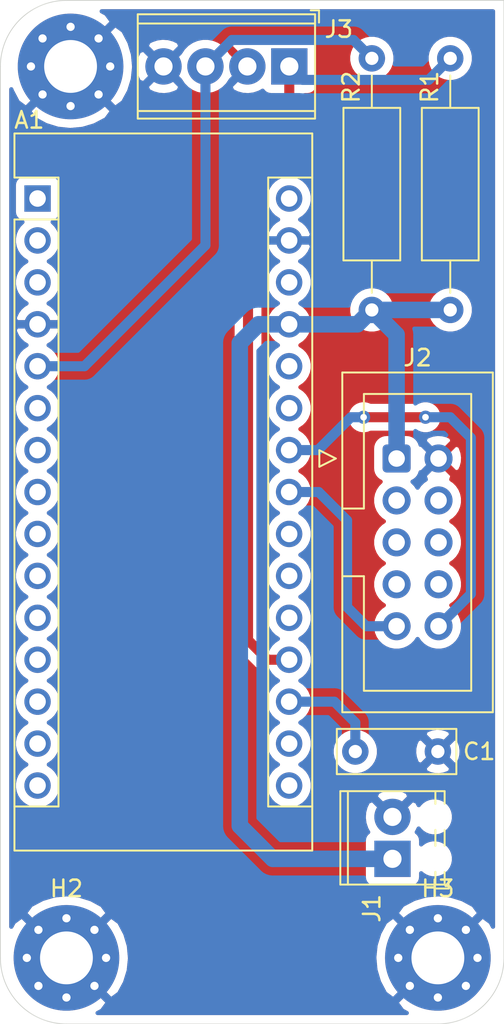
<source format=kicad_pcb>
(kicad_pcb (version 20171130) (host pcbnew 5.1.12-1.fc35)

  (general
    (thickness 1.6)
    (drawings 7)
    (tracks 42)
    (zones 0)
    (modules 10)
    (nets 36)
  )

  (page A4)
  (layers
    (0 F.Cu signal)
    (31 B.Cu signal)
    (32 B.Adhes user)
    (33 F.Adhes user)
    (34 B.Paste user)
    (35 F.Paste user)
    (36 B.SilkS user)
    (37 F.SilkS user)
    (38 B.Mask user)
    (39 F.Mask user)
    (40 Dwgs.User user)
    (41 Cmts.User user)
    (42 Eco1.User user)
    (43 Eco2.User user)
    (44 Edge.Cuts user)
    (45 Margin user)
    (46 B.CrtYd user)
    (47 F.CrtYd user)
    (48 B.Fab user)
    (49 F.Fab user hide)
  )

  (setup
    (last_trace_width 0.6096)
    (user_trace_width 0.6096)
    (user_trace_width 1)
    (trace_clearance 0.2)
    (zone_clearance 0.508)
    (zone_45_only no)
    (trace_min 0.2)
    (via_size 0.8)
    (via_drill 0.4)
    (via_min_size 0.4)
    (via_min_drill 0.3)
    (uvia_size 0.3)
    (uvia_drill 0.1)
    (uvias_allowed no)
    (uvia_min_size 0.2)
    (uvia_min_drill 0.1)
    (edge_width 0.05)
    (segment_width 0.2)
    (pcb_text_width 0.3)
    (pcb_text_size 1.5 1.5)
    (mod_edge_width 0.12)
    (mod_text_size 1 1)
    (mod_text_width 0.15)
    (pad_size 1.524 1.524)
    (pad_drill 0.762)
    (pad_to_mask_clearance 0)
    (aux_axis_origin 0 0)
    (visible_elements FFFFFF7F)
    (pcbplotparams
      (layerselection 0x010fc_ffffffff)
      (usegerberextensions false)
      (usegerberattributes true)
      (usegerberadvancedattributes true)
      (creategerberjobfile true)
      (excludeedgelayer true)
      (linewidth 0.100000)
      (plotframeref false)
      (viasonmask false)
      (mode 1)
      (useauxorigin false)
      (hpglpennumber 1)
      (hpglpenspeed 20)
      (hpglpendiameter 15.000000)
      (psnegative false)
      (psa4output false)
      (plotreference true)
      (plotvalue true)
      (plotinvisibletext false)
      (padsonsilk false)
      (subtractmaskfromsilk false)
      (outputformat 1)
      (mirror false)
      (drillshape 1)
      (scaleselection 1)
      (outputdirectory ""))
  )

  (net 0 "")
  (net 1 "Net-(A1-Pad16)")
  (net 2 "Net-(A1-Pad15)")
  (net 3 "Net-(A1-Pad30)")
  (net 4 "Net-(A1-Pad14)")
  (net 5 GND)
  (net 6 "Net-(A1-Pad13)")
  (net 7 "Net-(A1-Pad28)")
  (net 8 "Net-(A1-Pad12)")
  (net 9 +5V)
  (net 10 "Net-(A1-Pad11)")
  (net 11 "Net-(A1-Pad26)")
  (net 12 "Net-(A1-Pad10)")
  (net 13 "Net-(A1-Pad25)")
  (net 14 "Net-(A1-Pad9)")
  (net 15 SCL_5)
  (net 16 "Net-(A1-Pad8)")
  (net 17 SDA_5)
  (net 18 "Net-(A1-Pad7)")
  (net 19 "Net-(A1-Pad22)")
  (net 20 "Net-(A1-Pad6)")
  (net 21 "Net-(A1-Pad21)")
  (net 22 TOR)
  (net 23 "Net-(A1-Pad20)")
  (net 24 RES)
  (net 25 "Net-(A1-Pad3)")
  (net 26 "Net-(A1-Pad18)")
  (net 27 "Net-(A1-Pad2)")
  (net 28 "Net-(A1-Pad17)")
  (net 29 "Net-(A1-Pad1)")
  (net 30 "Net-(J2-Pad8)")
  (net 31 "Net-(J2-Pad6)")
  (net 32 "Net-(J2-Pad4)")
  (net 33 "Net-(J2-Pad7)")
  (net 34 "Net-(J2-Pad5)")
  (net 35 "Net-(J2-Pad3)")

  (net_class Default "Ceci est la Netclass par défaut."
    (clearance 0.2)
    (trace_width 0.25)
    (via_dia 0.8)
    (via_drill 0.4)
    (uvia_dia 0.3)
    (uvia_drill 0.1)
    (add_net +5V)
    (add_net GND)
    (add_net "Net-(A1-Pad1)")
    (add_net "Net-(A1-Pad10)")
    (add_net "Net-(A1-Pad11)")
    (add_net "Net-(A1-Pad12)")
    (add_net "Net-(A1-Pad13)")
    (add_net "Net-(A1-Pad14)")
    (add_net "Net-(A1-Pad15)")
    (add_net "Net-(A1-Pad16)")
    (add_net "Net-(A1-Pad17)")
    (add_net "Net-(A1-Pad18)")
    (add_net "Net-(A1-Pad2)")
    (add_net "Net-(A1-Pad20)")
    (add_net "Net-(A1-Pad21)")
    (add_net "Net-(A1-Pad22)")
    (add_net "Net-(A1-Pad25)")
    (add_net "Net-(A1-Pad26)")
    (add_net "Net-(A1-Pad28)")
    (add_net "Net-(A1-Pad3)")
    (add_net "Net-(A1-Pad30)")
    (add_net "Net-(A1-Pad6)")
    (add_net "Net-(A1-Pad7)")
    (add_net "Net-(A1-Pad8)")
    (add_net "Net-(A1-Pad9)")
    (add_net "Net-(J2-Pad3)")
    (add_net "Net-(J2-Pad4)")
    (add_net "Net-(J2-Pad5)")
    (add_net "Net-(J2-Pad6)")
    (add_net "Net-(J2-Pad7)")
    (add_net "Net-(J2-Pad8)")
    (add_net RES)
    (add_net SCL_5)
    (add_net SDA_5)
    (add_net TOR)
  )

  (module Capacitor_THT:C_Disc_D7.0mm_W2.5mm_P5.00mm (layer F.Cu) (tedit 5AE50EF0) (tstamp 6228361A)
    (at 135.75 94.25)
    (descr "C, Disc series, Radial, pin pitch=5.00mm, , diameter*width=7*2.5mm^2, Capacitor, http://cdn-reichelt.de/documents/datenblatt/B300/DS_KERKO_TC.pdf")
    (tags "C Disc series Radial pin pitch 5.00mm  diameter 7mm width 2.5mm Capacitor")
    (path /622AC624)
    (fp_text reference C1 (at 7.5 0) (layer F.SilkS)
      (effects (font (size 1 1) (thickness 0.15)))
    )
    (fp_text value 100n (at 2.5 2.5) (layer F.Fab)
      (effects (font (size 1 1) (thickness 0.15)))
    )
    (fp_text user %R (at 2.5 0) (layer F.Fab)
      (effects (font (size 1 1) (thickness 0.15)))
    )
    (fp_line (start -1 -1.25) (end -1 1.25) (layer F.Fab) (width 0.1))
    (fp_line (start -1 1.25) (end 6 1.25) (layer F.Fab) (width 0.1))
    (fp_line (start 6 1.25) (end 6 -1.25) (layer F.Fab) (width 0.1))
    (fp_line (start 6 -1.25) (end -1 -1.25) (layer F.Fab) (width 0.1))
    (fp_line (start -1.12 -1.37) (end 6.12 -1.37) (layer F.SilkS) (width 0.12))
    (fp_line (start -1.12 1.37) (end 6.12 1.37) (layer F.SilkS) (width 0.12))
    (fp_line (start -1.12 -1.37) (end -1.12 1.37) (layer F.SilkS) (width 0.12))
    (fp_line (start 6.12 -1.37) (end 6.12 1.37) (layer F.SilkS) (width 0.12))
    (fp_line (start -1.25 -1.5) (end -1.25 1.5) (layer F.CrtYd) (width 0.05))
    (fp_line (start -1.25 1.5) (end 6.25 1.5) (layer F.CrtYd) (width 0.05))
    (fp_line (start 6.25 1.5) (end 6.25 -1.5) (layer F.CrtYd) (width 0.05))
    (fp_line (start 6.25 -1.5) (end -1.25 -1.5) (layer F.CrtYd) (width 0.05))
    (pad 2 thru_hole circle (at 5 0) (size 1.6 1.6) (drill 0.8) (layers *.Cu *.Mask)
      (net 5 GND))
    (pad 1 thru_hole circle (at 0 0) (size 1.6 1.6) (drill 0.8) (layers *.Cu *.Mask)
      (net 26 "Net-(A1-Pad18)"))
    (model ${KISYS3DMOD}/Capacitor_THT.3dshapes/C_Disc_D7.0mm_W2.5mm_P5.00mm.wrl
      (at (xyz 0 0 0))
      (scale (xyz 1 1 1))
      (rotate (xyz 0 0 0))
    )
  )

  (module Resistor_THT:R_Axial_DIN0309_L9.0mm_D3.2mm_P15.24mm_Horizontal (layer F.Cu) (tedit 5AE5139B) (tstamp 622836FD)
    (at 136.75 67.5 90)
    (descr "Resistor, Axial_DIN0309 series, Axial, Horizontal, pin pitch=15.24mm, 0.5W = 1/2W, length*diameter=9*3.2mm^2, http://cdn-reichelt.de/documents/datenblatt/B400/1_4W%23YAG.pdf")
    (tags "Resistor Axial_DIN0309 series Axial Horizontal pin pitch 15.24mm 0.5W = 1/2W length 9mm diameter 3.2mm")
    (path /622C2E99)
    (fp_text reference R2 (at 13.5 -1.25 90) (layer F.SilkS)
      (effects (font (size 1 1) (thickness 0.15)))
    )
    (fp_text value 10k (at 7.62 2.72 90) (layer F.Fab)
      (effects (font (size 1 1) (thickness 0.15)))
    )
    (fp_text user %R (at 7.62 0 90) (layer F.Fab)
      (effects (font (size 1 1) (thickness 0.15)))
    )
    (fp_line (start 3.12 -1.6) (end 3.12 1.6) (layer F.Fab) (width 0.1))
    (fp_line (start 3.12 1.6) (end 12.12 1.6) (layer F.Fab) (width 0.1))
    (fp_line (start 12.12 1.6) (end 12.12 -1.6) (layer F.Fab) (width 0.1))
    (fp_line (start 12.12 -1.6) (end 3.12 -1.6) (layer F.Fab) (width 0.1))
    (fp_line (start 0 0) (end 3.12 0) (layer F.Fab) (width 0.1))
    (fp_line (start 15.24 0) (end 12.12 0) (layer F.Fab) (width 0.1))
    (fp_line (start 3 -1.72) (end 3 1.72) (layer F.SilkS) (width 0.12))
    (fp_line (start 3 1.72) (end 12.24 1.72) (layer F.SilkS) (width 0.12))
    (fp_line (start 12.24 1.72) (end 12.24 -1.72) (layer F.SilkS) (width 0.12))
    (fp_line (start 12.24 -1.72) (end 3 -1.72) (layer F.SilkS) (width 0.12))
    (fp_line (start 1.04 0) (end 3 0) (layer F.SilkS) (width 0.12))
    (fp_line (start 14.2 0) (end 12.24 0) (layer F.SilkS) (width 0.12))
    (fp_line (start -1.05 -1.85) (end -1.05 1.85) (layer F.CrtYd) (width 0.05))
    (fp_line (start -1.05 1.85) (end 16.29 1.85) (layer F.CrtYd) (width 0.05))
    (fp_line (start 16.29 1.85) (end 16.29 -1.85) (layer F.CrtYd) (width 0.05))
    (fp_line (start 16.29 -1.85) (end -1.05 -1.85) (layer F.CrtYd) (width 0.05))
    (pad 2 thru_hole oval (at 15.24 0 90) (size 1.6 1.6) (drill 0.8) (layers *.Cu *.Mask)
      (net 22 TOR))
    (pad 1 thru_hole circle (at 0 0 90) (size 1.6 1.6) (drill 0.8) (layers *.Cu *.Mask)
      (net 9 +5V))
    (model ${KISYS3DMOD}/Resistor_THT.3dshapes/R_Axial_DIN0309_L9.0mm_D3.2mm_P15.24mm_Horizontal.wrl
      (at (xyz 0 0 0))
      (scale (xyz 1 1 1))
      (rotate (xyz 0 0 0))
    )
  )

  (module Resistor_THT:R_Axial_DIN0309_L9.0mm_D3.2mm_P15.24mm_Horizontal (layer F.Cu) (tedit 5AE5139B) (tstamp 622836EA)
    (at 141.5 67.5 90)
    (descr "Resistor, Axial_DIN0309 series, Axial, Horizontal, pin pitch=15.24mm, 0.5W = 1/2W, length*diameter=9*3.2mm^2, http://cdn-reichelt.de/documents/datenblatt/B400/1_4W%23YAG.pdf")
    (tags "Resistor Axial_DIN0309 series Axial Horizontal pin pitch 15.24mm 0.5W = 1/2W length 9mm diameter 3.2mm")
    (path /622B46C2)
    (fp_text reference R1 (at 13.5 -1.25 90) (layer F.SilkS)
      (effects (font (size 1 1) (thickness 0.15)))
    )
    (fp_text value 1k (at 7.62 2.72 90) (layer F.Fab)
      (effects (font (size 1 1) (thickness 0.15)))
    )
    (fp_text user %R (at 7.62 0 90) (layer F.Fab)
      (effects (font (size 1 1) (thickness 0.15)))
    )
    (fp_line (start 3.12 -1.6) (end 3.12 1.6) (layer F.Fab) (width 0.1))
    (fp_line (start 3.12 1.6) (end 12.12 1.6) (layer F.Fab) (width 0.1))
    (fp_line (start 12.12 1.6) (end 12.12 -1.6) (layer F.Fab) (width 0.1))
    (fp_line (start 12.12 -1.6) (end 3.12 -1.6) (layer F.Fab) (width 0.1))
    (fp_line (start 0 0) (end 3.12 0) (layer F.Fab) (width 0.1))
    (fp_line (start 15.24 0) (end 12.12 0) (layer F.Fab) (width 0.1))
    (fp_line (start 3 -1.72) (end 3 1.72) (layer F.SilkS) (width 0.12))
    (fp_line (start 3 1.72) (end 12.24 1.72) (layer F.SilkS) (width 0.12))
    (fp_line (start 12.24 1.72) (end 12.24 -1.72) (layer F.SilkS) (width 0.12))
    (fp_line (start 12.24 -1.72) (end 3 -1.72) (layer F.SilkS) (width 0.12))
    (fp_line (start 1.04 0) (end 3 0) (layer F.SilkS) (width 0.12))
    (fp_line (start 14.2 0) (end 12.24 0) (layer F.SilkS) (width 0.12))
    (fp_line (start -1.05 -1.85) (end -1.05 1.85) (layer F.CrtYd) (width 0.05))
    (fp_line (start -1.05 1.85) (end 16.29 1.85) (layer F.CrtYd) (width 0.05))
    (fp_line (start 16.29 1.85) (end 16.29 -1.85) (layer F.CrtYd) (width 0.05))
    (fp_line (start 16.29 -1.85) (end -1.05 -1.85) (layer F.CrtYd) (width 0.05))
    (pad 2 thru_hole oval (at 15.24 0 90) (size 1.6 1.6) (drill 0.8) (layers *.Cu *.Mask)
      (net 24 RES))
    (pad 1 thru_hole circle (at 0 0 90) (size 1.6 1.6) (drill 0.8) (layers *.Cu *.Mask)
      (net 9 +5V))
    (model ${KISYS3DMOD}/Resistor_THT.3dshapes/R_Axial_DIN0309_L9.0mm_D3.2mm_P15.24mm_Horizontal.wrl
      (at (xyz 0 0 0))
      (scale (xyz 1 1 1))
      (rotate (xyz 0 0 0))
    )
  )

  (module TerminalBlock_Phoenix:TerminalBlock_Phoenix_MPT-0,5-4-2.54_1x04_P2.54mm_Horizontal (layer F.Cu) (tedit 5B294F98) (tstamp 622836D7)
    (at 131.75 52.75 180)
    (descr "Terminal Block Phoenix MPT-0,5-4-2.54, 4 pins, pitch 2.54mm, size 10.6x6.2mm^2, drill diamater 1.1mm, pad diameter 2.2mm, see http://www.mouser.com/ds/2/324/ItemDetail_1725672-916605.pdf, script-generated using https://github.com/pointhi/kicad-footprint-generator/scripts/TerminalBlock_Phoenix")
    (tags "THT Terminal Block Phoenix MPT-0,5-4-2.54 pitch 2.54mm size 10.6x6.2mm^2 drill 1.1mm pad 2.2mm")
    (path /622BB6DF)
    (fp_text reference J3 (at -3 2.25) (layer F.SilkS)
      (effects (font (size 1 1) (thickness 0.15)))
    )
    (fp_text value Screw_Terminal_01x04 (at 3.81 4.16) (layer F.Fab)
      (effects (font (size 1 1) (thickness 0.15)))
    )
    (fp_text user %R (at 3.81 2) (layer F.Fab)
      (effects (font (size 1 1) (thickness 0.15)))
    )
    (fp_circle (center 0 0) (end 1.1 0) (layer F.Fab) (width 0.1))
    (fp_circle (center 2.54 0) (end 3.64 0) (layer F.Fab) (width 0.1))
    (fp_circle (center 5.08 0) (end 6.18 0) (layer F.Fab) (width 0.1))
    (fp_circle (center 7.62 0) (end 8.72 0) (layer F.Fab) (width 0.1))
    (fp_line (start -1.5 -3.1) (end 9.12 -3.1) (layer F.Fab) (width 0.1))
    (fp_line (start 9.12 -3.1) (end 9.12 3.1) (layer F.Fab) (width 0.1))
    (fp_line (start 9.12 3.1) (end -1 3.1) (layer F.Fab) (width 0.1))
    (fp_line (start -1 3.1) (end -1.5 2.6) (layer F.Fab) (width 0.1))
    (fp_line (start -1.5 2.6) (end -1.5 -3.1) (layer F.Fab) (width 0.1))
    (fp_line (start -1.5 2.6) (end 9.12 2.6) (layer F.Fab) (width 0.1))
    (fp_line (start -1.56 2.6) (end 9.18 2.6) (layer F.SilkS) (width 0.12))
    (fp_line (start -1.5 -2.7) (end 9.12 -2.7) (layer F.Fab) (width 0.1))
    (fp_line (start -1.56 -2.7) (end 9.18 -2.7) (layer F.SilkS) (width 0.12))
    (fp_line (start -1.56 -3.16) (end 9.18 -3.16) (layer F.SilkS) (width 0.12))
    (fp_line (start -1.56 3.16) (end 9.18 3.16) (layer F.SilkS) (width 0.12))
    (fp_line (start -1.56 -3.16) (end -1.56 3.16) (layer F.SilkS) (width 0.12))
    (fp_line (start 9.18 -3.16) (end 9.18 3.16) (layer F.SilkS) (width 0.12))
    (fp_line (start 0.835 -0.7) (end -0.701 0.835) (layer F.Fab) (width 0.1))
    (fp_line (start 0.701 -0.835) (end -0.835 0.7) (layer F.Fab) (width 0.1))
    (fp_line (start 3.375 -0.7) (end 1.84 0.835) (layer F.Fab) (width 0.1))
    (fp_line (start 3.241 -0.835) (end 1.706 0.7) (layer F.Fab) (width 0.1))
    (fp_line (start 5.915 -0.7) (end 4.38 0.835) (layer F.Fab) (width 0.1))
    (fp_line (start 5.781 -0.835) (end 4.246 0.7) (layer F.Fab) (width 0.1))
    (fp_line (start 8.455 -0.7) (end 6.92 0.835) (layer F.Fab) (width 0.1))
    (fp_line (start 8.321 -0.835) (end 6.786 0.7) (layer F.Fab) (width 0.1))
    (fp_line (start -1.8 2.66) (end -1.8 3.4) (layer F.SilkS) (width 0.12))
    (fp_line (start -1.8 3.4) (end -1.3 3.4) (layer F.SilkS) (width 0.12))
    (fp_line (start -2 -3.6) (end -2 3.6) (layer F.CrtYd) (width 0.05))
    (fp_line (start -2 3.6) (end 9.63 3.6) (layer F.CrtYd) (width 0.05))
    (fp_line (start 9.63 3.6) (end 9.63 -3.6) (layer F.CrtYd) (width 0.05))
    (fp_line (start 9.63 -3.6) (end -2 -3.6) (layer F.CrtYd) (width 0.05))
    (pad 4 thru_hole circle (at 7.62 0 180) (size 2.2 2.2) (drill 1.1) (layers *.Cu *.Mask)
      (net 5 GND))
    (pad 3 thru_hole circle (at 5.08 0 180) (size 2.2 2.2) (drill 1.1) (layers *.Cu *.Mask)
      (net 22 TOR))
    (pad 2 thru_hole circle (at 2.54 0 180) (size 2.2 2.2) (drill 1.1) (layers *.Cu *.Mask)
      (net 5 GND))
    (pad 1 thru_hole rect (at 0 0 180) (size 2.2 2.2) (drill 1.1) (layers *.Cu *.Mask)
      (net 24 RES))
    (model ${KISYS3DMOD}/TerminalBlock_Phoenix.3dshapes/TerminalBlock_Phoenix_MPT-0,5-4-2.54_1x04_P2.54mm_Horizontal.wrl
      (at (xyz 0 0 0))
      (scale (xyz 1 1 1))
      (rotate (xyz 0 0 0))
    )
  )

  (module Connector_IDC:IDC-Header_2x05_P2.54mm_Vertical (layer F.Cu) (tedit 5EAC9A07) (tstamp 622836AF)
    (at 138.25 76.5)
    (descr "Through hole IDC box header, 2x05, 2.54mm pitch, DIN 41651 / IEC 60603-13, double rows, https://docs.google.com/spreadsheets/d/16SsEcesNF15N3Lb4niX7dcUr-NY5_MFPQhobNuNppn4/edit#gid=0")
    (tags "Through hole vertical IDC box header THT 2x05 2.54mm double row")
    (path /622872CE)
    (fp_text reference J2 (at 1.27 -6.1) (layer F.SilkS)
      (effects (font (size 1 1) (thickness 0.15)))
    )
    (fp_text value "ARIG Interf" (at 1.27 16.26) (layer F.Fab)
      (effects (font (size 1 1) (thickness 0.15)))
    )
    (fp_text user %R (at 1.27 5.08 90) (layer F.Fab)
      (effects (font (size 1 1) (thickness 0.15)))
    )
    (fp_line (start -3.18 -4.1) (end -2.18 -5.1) (layer F.Fab) (width 0.1))
    (fp_line (start -2.18 -5.1) (end 5.72 -5.1) (layer F.Fab) (width 0.1))
    (fp_line (start 5.72 -5.1) (end 5.72 15.26) (layer F.Fab) (width 0.1))
    (fp_line (start 5.72 15.26) (end -3.18 15.26) (layer F.Fab) (width 0.1))
    (fp_line (start -3.18 15.26) (end -3.18 -4.1) (layer F.Fab) (width 0.1))
    (fp_line (start -3.18 3.03) (end -1.98 3.03) (layer F.Fab) (width 0.1))
    (fp_line (start -1.98 3.03) (end -1.98 -3.91) (layer F.Fab) (width 0.1))
    (fp_line (start -1.98 -3.91) (end 4.52 -3.91) (layer F.Fab) (width 0.1))
    (fp_line (start 4.52 -3.91) (end 4.52 14.07) (layer F.Fab) (width 0.1))
    (fp_line (start 4.52 14.07) (end -1.98 14.07) (layer F.Fab) (width 0.1))
    (fp_line (start -1.98 14.07) (end -1.98 7.13) (layer F.Fab) (width 0.1))
    (fp_line (start -1.98 7.13) (end -1.98 7.13) (layer F.Fab) (width 0.1))
    (fp_line (start -1.98 7.13) (end -3.18 7.13) (layer F.Fab) (width 0.1))
    (fp_line (start -3.29 -5.21) (end 5.83 -5.21) (layer F.SilkS) (width 0.12))
    (fp_line (start 5.83 -5.21) (end 5.83 15.37) (layer F.SilkS) (width 0.12))
    (fp_line (start 5.83 15.37) (end -3.29 15.37) (layer F.SilkS) (width 0.12))
    (fp_line (start -3.29 15.37) (end -3.29 -5.21) (layer F.SilkS) (width 0.12))
    (fp_line (start -3.29 3.03) (end -1.98 3.03) (layer F.SilkS) (width 0.12))
    (fp_line (start -1.98 3.03) (end -1.98 -3.91) (layer F.SilkS) (width 0.12))
    (fp_line (start -1.98 -3.91) (end 4.52 -3.91) (layer F.SilkS) (width 0.12))
    (fp_line (start 4.52 -3.91) (end 4.52 14.07) (layer F.SilkS) (width 0.12))
    (fp_line (start 4.52 14.07) (end -1.98 14.07) (layer F.SilkS) (width 0.12))
    (fp_line (start -1.98 14.07) (end -1.98 7.13) (layer F.SilkS) (width 0.12))
    (fp_line (start -1.98 7.13) (end -1.98 7.13) (layer F.SilkS) (width 0.12))
    (fp_line (start -1.98 7.13) (end -3.29 7.13) (layer F.SilkS) (width 0.12))
    (fp_line (start -3.68 0) (end -4.68 -0.5) (layer F.SilkS) (width 0.12))
    (fp_line (start -4.68 -0.5) (end -4.68 0.5) (layer F.SilkS) (width 0.12))
    (fp_line (start -4.68 0.5) (end -3.68 0) (layer F.SilkS) (width 0.12))
    (fp_line (start -3.68 -5.6) (end -3.68 15.76) (layer F.CrtYd) (width 0.05))
    (fp_line (start -3.68 15.76) (end 6.22 15.76) (layer F.CrtYd) (width 0.05))
    (fp_line (start 6.22 15.76) (end 6.22 -5.6) (layer F.CrtYd) (width 0.05))
    (fp_line (start 6.22 -5.6) (end -3.68 -5.6) (layer F.CrtYd) (width 0.05))
    (pad 10 thru_hole circle (at 2.54 10.16) (size 1.7 1.7) (drill 1) (layers *.Cu *.Mask)
      (net 15 SCL_5))
    (pad 8 thru_hole circle (at 2.54 7.62) (size 1.7 1.7) (drill 1) (layers *.Cu *.Mask)
      (net 30 "Net-(J2-Pad8)"))
    (pad 6 thru_hole circle (at 2.54 5.08) (size 1.7 1.7) (drill 1) (layers *.Cu *.Mask)
      (net 31 "Net-(J2-Pad6)"))
    (pad 4 thru_hole circle (at 2.54 2.54) (size 1.7 1.7) (drill 1) (layers *.Cu *.Mask)
      (net 32 "Net-(J2-Pad4)"))
    (pad 2 thru_hole circle (at 2.54 0) (size 1.7 1.7) (drill 1) (layers *.Cu *.Mask)
      (net 5 GND))
    (pad 9 thru_hole circle (at 0 10.16) (size 1.7 1.7) (drill 1) (layers *.Cu *.Mask)
      (net 17 SDA_5))
    (pad 7 thru_hole circle (at 0 7.62) (size 1.7 1.7) (drill 1) (layers *.Cu *.Mask)
      (net 33 "Net-(J2-Pad7)"))
    (pad 5 thru_hole circle (at 0 5.08) (size 1.7 1.7) (drill 1) (layers *.Cu *.Mask)
      (net 34 "Net-(J2-Pad5)"))
    (pad 3 thru_hole circle (at 0 2.54) (size 1.7 1.7) (drill 1) (layers *.Cu *.Mask)
      (net 35 "Net-(J2-Pad3)"))
    (pad 1 thru_hole roundrect (at 0 0) (size 1.7 1.7) (drill 1) (layers *.Cu *.Mask) (roundrect_rratio 0.147059)
      (net 9 +5V))
    (model ${KISYS3DMOD}/Connector_IDC.3dshapes/IDC-Header_2x05_P2.54mm_Vertical.wrl
      (at (xyz 0 0 0))
      (scale (xyz 1 1 1))
      (rotate (xyz 0 0 0))
    )
  )

  (module TerminalBlock_Phoenix:TerminalBlock_Phoenix_MPT-0,5-2-2.54_1x02_P2.54mm_Horizontal (layer F.Cu) (tedit 5B294F98) (tstamp 62283680)
    (at 138 100.75 90)
    (descr "Terminal Block Phoenix MPT-0,5-2-2.54, 2 pins, pitch 2.54mm, size 5.54x6.2mm^2, drill diamater 1.1mm, pad diameter 2.2mm, see http://www.mouser.com/ds/2/324/ItemDetail_1725656-920552.pdf, script-generated using https://github.com/pointhi/kicad-footprint-generator/scripts/TerminalBlock_Phoenix")
    (tags "THT Terminal Block Phoenix MPT-0,5-2-2.54 pitch 2.54mm size 5.54x6.2mm^2 drill 1.1mm pad 2.2mm")
    (path /6229CC6B)
    (fp_text reference J1 (at -3 -1.25 90) (layer F.SilkS)
      (effects (font (size 1 1) (thickness 0.15)))
    )
    (fp_text value "Alim 5V" (at 1.27 4.16 90) (layer F.Fab)
      (effects (font (size 1 1) (thickness 0.15)))
    )
    (fp_text user %R (at 1.27 2 90) (layer F.Fab)
      (effects (font (size 1 1) (thickness 0.15)))
    )
    (fp_circle (center 0 0) (end 1.1 0) (layer F.Fab) (width 0.1))
    (fp_circle (center 2.54 0) (end 3.64 0) (layer F.Fab) (width 0.1))
    (fp_line (start -1.5 -3.1) (end 4.04 -3.1) (layer F.Fab) (width 0.1))
    (fp_line (start 4.04 -3.1) (end 4.04 3.1) (layer F.Fab) (width 0.1))
    (fp_line (start 4.04 3.1) (end -1 3.1) (layer F.Fab) (width 0.1))
    (fp_line (start -1 3.1) (end -1.5 2.6) (layer F.Fab) (width 0.1))
    (fp_line (start -1.5 2.6) (end -1.5 -3.1) (layer F.Fab) (width 0.1))
    (fp_line (start -1.5 2.6) (end 4.04 2.6) (layer F.Fab) (width 0.1))
    (fp_line (start -1.56 2.6) (end -0.79 2.6) (layer F.SilkS) (width 0.12))
    (fp_line (start 0.79 2.6) (end 1.75 2.6) (layer F.SilkS) (width 0.12))
    (fp_line (start 3.33 2.6) (end 4.1 2.6) (layer F.SilkS) (width 0.12))
    (fp_line (start -1.5 -2.7) (end 4.04 -2.7) (layer F.Fab) (width 0.1))
    (fp_line (start -1.56 -2.7) (end 4.1 -2.7) (layer F.SilkS) (width 0.12))
    (fp_line (start -1.56 -3.16) (end 4.1 -3.16) (layer F.SilkS) (width 0.12))
    (fp_line (start -1.56 3.16) (end -0.79 3.16) (layer F.SilkS) (width 0.12))
    (fp_line (start 0.79 3.16) (end 1.75 3.16) (layer F.SilkS) (width 0.12))
    (fp_line (start 3.33 3.16) (end 4.1 3.16) (layer F.SilkS) (width 0.12))
    (fp_line (start -1.56 -3.16) (end -1.56 3.16) (layer F.SilkS) (width 0.12))
    (fp_line (start 4.1 -3.16) (end 4.1 3.16) (layer F.SilkS) (width 0.12))
    (fp_line (start 0.835 -0.7) (end -0.701 0.835) (layer F.Fab) (width 0.1))
    (fp_line (start 0.701 -0.835) (end -0.835 0.7) (layer F.Fab) (width 0.1))
    (fp_line (start 3.375 -0.7) (end 1.84 0.835) (layer F.Fab) (width 0.1))
    (fp_line (start 3.241 -0.835) (end 1.706 0.7) (layer F.Fab) (width 0.1))
    (fp_line (start -1.8 2.66) (end -1.8 3.4) (layer F.SilkS) (width 0.12))
    (fp_line (start -1.8 3.4) (end -1.3 3.4) (layer F.SilkS) (width 0.12))
    (fp_line (start -2 -3.6) (end -2 3.6) (layer F.CrtYd) (width 0.05))
    (fp_line (start -2 3.6) (end 4.54 3.6) (layer F.CrtYd) (width 0.05))
    (fp_line (start 4.54 3.6) (end 4.54 -3.6) (layer F.CrtYd) (width 0.05))
    (fp_line (start 4.54 -3.6) (end -2 -3.6) (layer F.CrtYd) (width 0.05))
    (pad "" np_thru_hole circle (at 2.54 2.54 90) (size 1.1 1.1) (drill 1.1) (layers *.Cu *.Mask))
    (pad 2 thru_hole circle (at 2.54 0 90) (size 2.2 2.2) (drill 1.1) (layers *.Cu *.Mask)
      (net 5 GND))
    (pad "" np_thru_hole circle (at 0 2.54 90) (size 1.1 1.1) (drill 1.1) (layers *.Cu *.Mask))
    (pad 1 thru_hole rect (at 0 0 90) (size 2.2 2.2) (drill 1.1) (layers *.Cu *.Mask)
      (net 9 +5V))
    (model ${KISYS3DMOD}/TerminalBlock_Phoenix.3dshapes/TerminalBlock_Phoenix_MPT-0,5-2-2.54_1x02_P2.54mm_Horizontal.wrl
      (at (xyz 0 0 0))
      (scale (xyz 1 1 1))
      (rotate (xyz 0 0 0))
    )
  )

  (module MountingHole:MountingHole_3.2mm_M3_Pad_Via (layer F.Cu) (tedit 56DDBCCA) (tstamp 6228364A)
    (at 140.75 106.75)
    (descr "Mounting Hole 3.2mm, M3")
    (tags "mounting hole 3.2mm m3")
    (path /622A43A4)
    (attr virtual)
    (fp_text reference H3 (at 0 -4.2) (layer F.SilkS)
      (effects (font (size 1 1) (thickness 0.15)))
    )
    (fp_text value MountingHole_Pad (at 0 4.2) (layer F.Fab)
      (effects (font (size 1 1) (thickness 0.15)))
    )
    (fp_text user %R (at 0.3 0) (layer F.Fab)
      (effects (font (size 1 1) (thickness 0.15)))
    )
    (fp_circle (center 0 0) (end 3.2 0) (layer Cmts.User) (width 0.15))
    (fp_circle (center 0 0) (end 3.45 0) (layer F.CrtYd) (width 0.05))
    (pad 1 thru_hole circle (at 1.697056 -1.697056) (size 0.8 0.8) (drill 0.5) (layers *.Cu *.Mask)
      (net 5 GND))
    (pad 1 thru_hole circle (at 0 -2.4) (size 0.8 0.8) (drill 0.5) (layers *.Cu *.Mask)
      (net 5 GND))
    (pad 1 thru_hole circle (at -1.697056 -1.697056) (size 0.8 0.8) (drill 0.5) (layers *.Cu *.Mask)
      (net 5 GND))
    (pad 1 thru_hole circle (at -2.4 0) (size 0.8 0.8) (drill 0.5) (layers *.Cu *.Mask)
      (net 5 GND))
    (pad 1 thru_hole circle (at -1.697056 1.697056) (size 0.8 0.8) (drill 0.5) (layers *.Cu *.Mask)
      (net 5 GND))
    (pad 1 thru_hole circle (at 0 2.4) (size 0.8 0.8) (drill 0.5) (layers *.Cu *.Mask)
      (net 5 GND))
    (pad 1 thru_hole circle (at 1.697056 1.697056) (size 0.8 0.8) (drill 0.5) (layers *.Cu *.Mask)
      (net 5 GND))
    (pad 1 thru_hole circle (at 2.4 0) (size 0.8 0.8) (drill 0.5) (layers *.Cu *.Mask)
      (net 5 GND))
    (pad 1 thru_hole circle (at 0 0) (size 6.4 6.4) (drill 3.2) (layers *.Cu *.Mask)
      (net 5 GND))
  )

  (module MountingHole:MountingHole_3.2mm_M3_Pad_Via (layer F.Cu) (tedit 56DDBCCA) (tstamp 6228363A)
    (at 118.25 106.75)
    (descr "Mounting Hole 3.2mm, M3")
    (tags "mounting hole 3.2mm m3")
    (path /622A347E)
    (attr virtual)
    (fp_text reference H2 (at 0 -4.2) (layer F.SilkS)
      (effects (font (size 1 1) (thickness 0.15)))
    )
    (fp_text value MountingHole_Pad (at 0 4.2) (layer F.Fab)
      (effects (font (size 1 1) (thickness 0.15)))
    )
    (fp_text user %R (at 0.3 0) (layer F.Fab)
      (effects (font (size 1 1) (thickness 0.15)))
    )
    (fp_circle (center 0 0) (end 3.2 0) (layer Cmts.User) (width 0.15))
    (fp_circle (center 0 0) (end 3.45 0) (layer F.CrtYd) (width 0.05))
    (pad 1 thru_hole circle (at 1.697056 -1.697056) (size 0.8 0.8) (drill 0.5) (layers *.Cu *.Mask)
      (net 5 GND))
    (pad 1 thru_hole circle (at 0 -2.4) (size 0.8 0.8) (drill 0.5) (layers *.Cu *.Mask)
      (net 5 GND))
    (pad 1 thru_hole circle (at -1.697056 -1.697056) (size 0.8 0.8) (drill 0.5) (layers *.Cu *.Mask)
      (net 5 GND))
    (pad 1 thru_hole circle (at -2.4 0) (size 0.8 0.8) (drill 0.5) (layers *.Cu *.Mask)
      (net 5 GND))
    (pad 1 thru_hole circle (at -1.697056 1.697056) (size 0.8 0.8) (drill 0.5) (layers *.Cu *.Mask)
      (net 5 GND))
    (pad 1 thru_hole circle (at 0 2.4) (size 0.8 0.8) (drill 0.5) (layers *.Cu *.Mask)
      (net 5 GND))
    (pad 1 thru_hole circle (at 1.697056 1.697056) (size 0.8 0.8) (drill 0.5) (layers *.Cu *.Mask)
      (net 5 GND))
    (pad 1 thru_hole circle (at 2.4 0) (size 0.8 0.8) (drill 0.5) (layers *.Cu *.Mask)
      (net 5 GND))
    (pad 1 thru_hole circle (at 0 0) (size 6.4 6.4) (drill 3.2) (layers *.Cu *.Mask)
      (net 5 GND))
  )

  (module MountingHole:MountingHole_3.2mm_M3_Pad_Via (layer F.Cu) (tedit 56DDBCCA) (tstamp 6228362A)
    (at 118.5 52.75)
    (descr "Mounting Hole 3.2mm, M3")
    (tags "mounting hole 3.2mm m3")
    (path /622A215E)
    (attr virtual)
    (fp_text reference H1 (at 0 -4.2) (layer F.SilkS) hide
      (effects (font (size 1 1) (thickness 0.15)))
    )
    (fp_text value MountingHole_Pad (at 0 4.2) (layer F.Fab)
      (effects (font (size 1 1) (thickness 0.15)))
    )
    (fp_text user %R (at 0.3 0) (layer F.Fab)
      (effects (font (size 1 1) (thickness 0.15)))
    )
    (fp_circle (center 0 0) (end 3.2 0) (layer Cmts.User) (width 0.15))
    (fp_circle (center 0 0) (end 3.45 0) (layer F.CrtYd) (width 0.05))
    (pad 1 thru_hole circle (at 1.697056 -1.697056) (size 0.8 0.8) (drill 0.5) (layers *.Cu *.Mask)
      (net 5 GND))
    (pad 1 thru_hole circle (at 0 -2.4) (size 0.8 0.8) (drill 0.5) (layers *.Cu *.Mask)
      (net 5 GND))
    (pad 1 thru_hole circle (at -1.697056 -1.697056) (size 0.8 0.8) (drill 0.5) (layers *.Cu *.Mask)
      (net 5 GND))
    (pad 1 thru_hole circle (at -2.4 0) (size 0.8 0.8) (drill 0.5) (layers *.Cu *.Mask)
      (net 5 GND))
    (pad 1 thru_hole circle (at -1.697056 1.697056) (size 0.8 0.8) (drill 0.5) (layers *.Cu *.Mask)
      (net 5 GND))
    (pad 1 thru_hole circle (at 0 2.4) (size 0.8 0.8) (drill 0.5) (layers *.Cu *.Mask)
      (net 5 GND))
    (pad 1 thru_hole circle (at 1.697056 1.697056) (size 0.8 0.8) (drill 0.5) (layers *.Cu *.Mask)
      (net 5 GND))
    (pad 1 thru_hole circle (at 2.4 0) (size 0.8 0.8) (drill 0.5) (layers *.Cu *.Mask)
      (net 5 GND))
    (pad 1 thru_hole circle (at 0 0) (size 6.4 6.4) (drill 3.2) (layers *.Cu *.Mask)
      (net 5 GND))
  )

  (module Module:Arduino_Nano (layer F.Cu) (tedit 58ACAF70) (tstamp 62283607)
    (at 116.5 60.75)
    (descr "Arduino Nano, http://www.mouser.com/pdfdocs/Gravitech_Arduino_Nano3_0.pdf")
    (tags "Arduino Nano")
    (path /622A6FBA)
    (fp_text reference A1 (at -0.5 -4.75) (layer F.SilkS)
      (effects (font (size 1 1) (thickness 0.15)))
    )
    (fp_text value Arduino_Nano_v3.x (at 8.89 19.05 90) (layer F.Fab)
      (effects (font (size 1 1) (thickness 0.15)))
    )
    (fp_text user %R (at 6.35 19.05 90) (layer F.Fab)
      (effects (font (size 1 1) (thickness 0.15)))
    )
    (fp_line (start 1.27 1.27) (end 1.27 -1.27) (layer F.SilkS) (width 0.12))
    (fp_line (start 1.27 -1.27) (end -1.4 -1.27) (layer F.SilkS) (width 0.12))
    (fp_line (start -1.4 1.27) (end -1.4 39.5) (layer F.SilkS) (width 0.12))
    (fp_line (start -1.4 -3.94) (end -1.4 -1.27) (layer F.SilkS) (width 0.12))
    (fp_line (start 13.97 -1.27) (end 16.64 -1.27) (layer F.SilkS) (width 0.12))
    (fp_line (start 13.97 -1.27) (end 13.97 36.83) (layer F.SilkS) (width 0.12))
    (fp_line (start 13.97 36.83) (end 16.64 36.83) (layer F.SilkS) (width 0.12))
    (fp_line (start 1.27 1.27) (end -1.4 1.27) (layer F.SilkS) (width 0.12))
    (fp_line (start 1.27 1.27) (end 1.27 36.83) (layer F.SilkS) (width 0.12))
    (fp_line (start 1.27 36.83) (end -1.4 36.83) (layer F.SilkS) (width 0.12))
    (fp_line (start 3.81 31.75) (end 11.43 31.75) (layer F.Fab) (width 0.1))
    (fp_line (start 11.43 31.75) (end 11.43 41.91) (layer F.Fab) (width 0.1))
    (fp_line (start 11.43 41.91) (end 3.81 41.91) (layer F.Fab) (width 0.1))
    (fp_line (start 3.81 41.91) (end 3.81 31.75) (layer F.Fab) (width 0.1))
    (fp_line (start -1.4 39.5) (end 16.64 39.5) (layer F.SilkS) (width 0.12))
    (fp_line (start 16.64 39.5) (end 16.64 -3.94) (layer F.SilkS) (width 0.12))
    (fp_line (start 16.64 -3.94) (end -1.4 -3.94) (layer F.SilkS) (width 0.12))
    (fp_line (start 16.51 39.37) (end -1.27 39.37) (layer F.Fab) (width 0.1))
    (fp_line (start -1.27 39.37) (end -1.27 -2.54) (layer F.Fab) (width 0.1))
    (fp_line (start -1.27 -2.54) (end 0 -3.81) (layer F.Fab) (width 0.1))
    (fp_line (start 0 -3.81) (end 16.51 -3.81) (layer F.Fab) (width 0.1))
    (fp_line (start 16.51 -3.81) (end 16.51 39.37) (layer F.Fab) (width 0.1))
    (fp_line (start -1.53 -4.06) (end 16.75 -4.06) (layer F.CrtYd) (width 0.05))
    (fp_line (start -1.53 -4.06) (end -1.53 42.16) (layer F.CrtYd) (width 0.05))
    (fp_line (start 16.75 42.16) (end 16.75 -4.06) (layer F.CrtYd) (width 0.05))
    (fp_line (start 16.75 42.16) (end -1.53 42.16) (layer F.CrtYd) (width 0.05))
    (pad 16 thru_hole oval (at 15.24 35.56) (size 1.6 1.6) (drill 1) (layers *.Cu *.Mask)
      (net 1 "Net-(A1-Pad16)"))
    (pad 15 thru_hole oval (at 0 35.56) (size 1.6 1.6) (drill 1) (layers *.Cu *.Mask)
      (net 2 "Net-(A1-Pad15)"))
    (pad 30 thru_hole oval (at 15.24 0) (size 1.6 1.6) (drill 1) (layers *.Cu *.Mask)
      (net 3 "Net-(A1-Pad30)"))
    (pad 14 thru_hole oval (at 0 33.02) (size 1.6 1.6) (drill 1) (layers *.Cu *.Mask)
      (net 4 "Net-(A1-Pad14)"))
    (pad 29 thru_hole oval (at 15.24 2.54) (size 1.6 1.6) (drill 1) (layers *.Cu *.Mask)
      (net 5 GND))
    (pad 13 thru_hole oval (at 0 30.48) (size 1.6 1.6) (drill 1) (layers *.Cu *.Mask)
      (net 6 "Net-(A1-Pad13)"))
    (pad 28 thru_hole oval (at 15.24 5.08) (size 1.6 1.6) (drill 1) (layers *.Cu *.Mask)
      (net 7 "Net-(A1-Pad28)"))
    (pad 12 thru_hole oval (at 0 27.94) (size 1.6 1.6) (drill 1) (layers *.Cu *.Mask)
      (net 8 "Net-(A1-Pad12)"))
    (pad 27 thru_hole oval (at 15.24 7.62) (size 1.6 1.6) (drill 1) (layers *.Cu *.Mask)
      (net 9 +5V))
    (pad 11 thru_hole oval (at 0 25.4) (size 1.6 1.6) (drill 1) (layers *.Cu *.Mask)
      (net 10 "Net-(A1-Pad11)"))
    (pad 26 thru_hole oval (at 15.24 10.16) (size 1.6 1.6) (drill 1) (layers *.Cu *.Mask)
      (net 11 "Net-(A1-Pad26)"))
    (pad 10 thru_hole oval (at 0 22.86) (size 1.6 1.6) (drill 1) (layers *.Cu *.Mask)
      (net 12 "Net-(A1-Pad10)"))
    (pad 25 thru_hole oval (at 15.24 12.7) (size 1.6 1.6) (drill 1) (layers *.Cu *.Mask)
      (net 13 "Net-(A1-Pad25)"))
    (pad 9 thru_hole oval (at 0 20.32) (size 1.6 1.6) (drill 1) (layers *.Cu *.Mask)
      (net 14 "Net-(A1-Pad9)"))
    (pad 24 thru_hole oval (at 15.24 15.24) (size 1.6 1.6) (drill 1) (layers *.Cu *.Mask)
      (net 15 SCL_5))
    (pad 8 thru_hole oval (at 0 17.78) (size 1.6 1.6) (drill 1) (layers *.Cu *.Mask)
      (net 16 "Net-(A1-Pad8)"))
    (pad 23 thru_hole oval (at 15.24 17.78) (size 1.6 1.6) (drill 1) (layers *.Cu *.Mask)
      (net 17 SDA_5))
    (pad 7 thru_hole oval (at 0 15.24) (size 1.6 1.6) (drill 1) (layers *.Cu *.Mask)
      (net 18 "Net-(A1-Pad7)"))
    (pad 22 thru_hole oval (at 15.24 20.32) (size 1.6 1.6) (drill 1) (layers *.Cu *.Mask)
      (net 19 "Net-(A1-Pad22)"))
    (pad 6 thru_hole oval (at 0 12.7) (size 1.6 1.6) (drill 1) (layers *.Cu *.Mask)
      (net 20 "Net-(A1-Pad6)"))
    (pad 21 thru_hole oval (at 15.24 22.86) (size 1.6 1.6) (drill 1) (layers *.Cu *.Mask)
      (net 21 "Net-(A1-Pad21)"))
    (pad 5 thru_hole oval (at 0 10.16) (size 1.6 1.6) (drill 1) (layers *.Cu *.Mask)
      (net 22 TOR))
    (pad 20 thru_hole oval (at 15.24 25.4) (size 1.6 1.6) (drill 1) (layers *.Cu *.Mask)
      (net 23 "Net-(A1-Pad20)"))
    (pad 4 thru_hole oval (at 0 7.62) (size 1.6 1.6) (drill 1) (layers *.Cu *.Mask)
      (net 5 GND))
    (pad 19 thru_hole oval (at 15.24 27.94) (size 1.6 1.6) (drill 1) (layers *.Cu *.Mask)
      (net 24 RES))
    (pad 3 thru_hole oval (at 0 5.08) (size 1.6 1.6) (drill 1) (layers *.Cu *.Mask)
      (net 25 "Net-(A1-Pad3)"))
    (pad 18 thru_hole oval (at 15.24 30.48) (size 1.6 1.6) (drill 1) (layers *.Cu *.Mask)
      (net 26 "Net-(A1-Pad18)"))
    (pad 2 thru_hole oval (at 0 2.54) (size 1.6 1.6) (drill 1) (layers *.Cu *.Mask)
      (net 27 "Net-(A1-Pad2)"))
    (pad 17 thru_hole oval (at 15.24 33.02) (size 1.6 1.6) (drill 1) (layers *.Cu *.Mask)
      (net 28 "Net-(A1-Pad17)"))
    (pad 1 thru_hole rect (at 0 0) (size 1.6 1.6) (drill 1) (layers *.Cu *.Mask)
      (net 29 "Net-(A1-Pad1)"))
    (model ${KISYS3DMOD}/Module.3dshapes/Arduino_Nano_WithMountingHoles.wrl
      (at (xyz 0 0 0))
      (scale (xyz 1 1 1))
      (rotate (xyz 0 0 0))
    )
  )

  (gr_line (start 114.25 106.75) (end 114.25 52.75) (layer Edge.Cuts) (width 0.05))
  (gr_line (start 140.75 110.75) (end 118.25 110.75) (layer Edge.Cuts) (width 0.05))
  (gr_arc (start 118.25 106.75) (end 114.25 106.75) (angle -90) (layer Edge.Cuts) (width 0.05))
  (gr_arc (start 140.75 106.75) (end 140.75 110.75) (angle -90) (layer Edge.Cuts) (width 0.05))
  (gr_line (start 144.75 48.75) (end 144.75 106.75) (layer Edge.Cuts) (width 0.05))
  (gr_line (start 118.25 48.75) (end 144.75 48.75) (layer Edge.Cuts) (width 0.05))
  (gr_arc (start 118.25 52.75) (end 118.25 48.75) (angle -90) (layer Edge.Cuts) (width 0.05))

  (segment (start 141.5 67.5) (end 136.75 67.5) (width 1) (layer B.Cu) (net 9))
  (segment (start 135.88 68.37) (end 136.75 67.5) (width 1) (layer B.Cu) (net 9))
  (segment (start 131.74 68.37) (end 135.88 68.37) (width 1) (layer B.Cu) (net 9))
  (segment (start 138.25 69) (end 136.75 67.5) (width 1) (layer B.Cu) (net 9))
  (segment (start 138.25 76.5) (end 138.25 69) (width 1) (layer B.Cu) (net 9))
  (segment (start 138 100.75) (end 130.75 100.75) (width 1) (layer B.Cu) (net 9))
  (segment (start 130.75 100.75) (end 128.75 98.75) (width 1) (layer B.Cu) (net 9))
  (segment (start 128.75 98.75) (end 128.75 69.5) (width 1) (layer B.Cu) (net 9))
  (segment (start 129.88 68.37) (end 131.74 68.37) (width 1) (layer B.Cu) (net 9))
  (segment (start 128.75 69.5) (end 129.88 68.37) (width 1) (layer B.Cu) (net 9))
  (segment (start 131.74 75.99) (end 133.49 75.99) (width 0.6096) (layer B.Cu) (net 15))
  (segment (start 133.49 75.99) (end 135.48 74) (width 0.6096) (layer B.Cu) (net 15))
  (via (at 136.25 74) (size 0.8) (drill 0.4) (layers F.Cu B.Cu) (net 15))
  (segment (start 135.48 74) (end 136.25 74) (width 0.6096) (layer B.Cu) (net 15))
  (via (at 140 74) (size 0.8) (drill 0.4) (layers F.Cu B.Cu) (net 15))
  (segment (start 136.25 74) (end 140 74) (width 0.6096) (layer F.Cu) (net 15))
  (segment (start 140 74) (end 141.5 74) (width 0.6096) (layer B.Cu) (net 15))
  (segment (start 141.5 74) (end 142.75 75.25) (width 0.6096) (layer B.Cu) (net 15))
  (segment (start 142.75 84.7) (end 140.79 86.66) (width 0.6096) (layer B.Cu) (net 15))
  (segment (start 142.75 75.25) (end 142.75 84.7) (width 0.6096) (layer B.Cu) (net 15))
  (segment (start 138.25 86.66) (end 136.41 86.66) (width 0.6096) (layer B.Cu) (net 17))
  (segment (start 136.41 86.66) (end 135.25 85.5) (width 0.6096) (layer B.Cu) (net 17))
  (segment (start 135.25 85.5) (end 135.25 80.25) (width 0.6096) (layer B.Cu) (net 17))
  (segment (start 133.53 78.53) (end 131.74 78.53) (width 0.6096) (layer B.Cu) (net 17))
  (segment (start 135.25 80.25) (end 133.53 78.53) (width 0.6096) (layer B.Cu) (net 17))
  (segment (start 128.274801 51.145199) (end 126.67 52.75) (width 0.6096) (layer B.Cu) (net 22))
  (segment (start 135.635199 51.145199) (end 128.274801 51.145199) (width 0.6096) (layer B.Cu) (net 22))
  (segment (start 136.75 52.26) (end 135.635199 51.145199) (width 0.6096) (layer B.Cu) (net 22))
  (segment (start 126.67 52.75) (end 126.67 63.58) (width 0.6096) (layer B.Cu) (net 22))
  (segment (start 119.34 70.91) (end 116.5 70.91) (width 0.6096) (layer B.Cu) (net 22))
  (segment (start 126.67 63.58) (end 119.34 70.91) (width 0.6096) (layer B.Cu) (net 22))
  (segment (start 140.195199 53.564801) (end 141.5 52.26) (width 0.6096) (layer B.Cu) (net 24))
  (segment (start 132.564801 53.564801) (end 140.195199 53.564801) (width 0.6096) (layer B.Cu) (net 24))
  (segment (start 131.75 52.75) (end 132.564801 53.564801) (width 0.6096) (layer B.Cu) (net 24))
  (segment (start 131.75 52.75) (end 131.75 56.5) (width 0.6096) (layer F.Cu) (net 24))
  (segment (start 131.75 56.5) (end 129.25 59) (width 0.6096) (layer F.Cu) (net 24))
  (segment (start 129.25 59) (end 129.25 87.5) (width 0.6096) (layer F.Cu) (net 24))
  (segment (start 130.44 88.69) (end 131.74 88.69) (width 0.6096) (layer F.Cu) (net 24))
  (segment (start 129.25 87.5) (end 130.44 88.69) (width 0.6096) (layer F.Cu) (net 24))
  (segment (start 135.75 94.25) (end 135.75 92.5) (width 0.6096) (layer B.Cu) (net 26))
  (segment (start 134.48 91.23) (end 131.74 91.23) (width 0.6096) (layer B.Cu) (net 26))
  (segment (start 135.75 92.5) (end 134.48 91.23) (width 0.6096) (layer B.Cu) (net 26))

  (zone (net 5) (net_name GND) (layer B.Cu) (tstamp 0) (hatch edge 0.508)
    (connect_pads (clearance 0.508))
    (min_thickness 0.254)
    (fill yes (arc_segments 32) (thermal_gap 0.508) (thermal_bridge_width 0.508))
    (polygon
      (pts
        (xy 144.75 110.75) (xy 114.25 110.75) (xy 114.25 48.75) (xy 144.75 48.75)
      )
    )
    (filled_polygon
      (pts
        (xy 144.090001 104.861928) (xy 143.967555 104.62933) (xy 143.940548 104.588912) (xy 143.450881 104.228724) (xy 140.929605 106.75)
        (xy 140.943748 106.764143) (xy 140.764143 106.943748) (xy 140.75 106.929605) (xy 138.228724 109.450881) (xy 138.588912 109.940548)
        (xy 138.864325 110.09) (xy 120.138074 110.09) (xy 120.37067 109.967555) (xy 120.411088 109.940548) (xy 120.771276 109.450881)
        (xy 118.25 106.929605) (xy 118.235858 106.943748) (xy 118.056253 106.764143) (xy 118.070395 106.75) (xy 118.429605 106.75)
        (xy 120.950881 109.271276) (xy 121.440548 108.911088) (xy 121.800849 108.247118) (xy 122.024694 107.525615) (xy 122.10348 106.774305)
        (xy 122.099002 106.725695) (xy 136.89652 106.725695) (xy 136.965822 107.477938) (xy 137.180548 108.202208) (xy 137.532445 108.87067)
        (xy 137.559452 108.911088) (xy 138.049119 109.271276) (xy 140.570395 106.75) (xy 138.049119 104.228724) (xy 137.559452 104.588912)
        (xy 137.199151 105.252882) (xy 136.975306 105.974385) (xy 136.89652 106.725695) (xy 122.099002 106.725695) (xy 122.034178 106.022062)
        (xy 121.819452 105.297792) (xy 121.467555 104.62933) (xy 121.440548 104.588912) (xy 120.950881 104.228724) (xy 118.429605 106.75)
        (xy 118.070395 106.75) (xy 115.549119 104.228724) (xy 115.059452 104.588912) (xy 114.91 104.864325) (xy 114.91 104.049119)
        (xy 115.728724 104.049119) (xy 118.25 106.570395) (xy 120.771276 104.049119) (xy 138.228724 104.049119) (xy 140.75 106.570395)
        (xy 143.271276 104.049119) (xy 142.911088 103.559452) (xy 142.247118 103.199151) (xy 141.525615 102.975306) (xy 140.774305 102.89652)
        (xy 140.022062 102.965822) (xy 139.297792 103.180548) (xy 138.62933 103.532445) (xy 138.588912 103.559452) (xy 138.228724 104.049119)
        (xy 120.771276 104.049119) (xy 120.411088 103.559452) (xy 119.747118 103.199151) (xy 119.025615 102.975306) (xy 118.274305 102.89652)
        (xy 117.522062 102.965822) (xy 116.797792 103.180548) (xy 116.12933 103.532445) (xy 116.088912 103.559452) (xy 115.728724 104.049119)
        (xy 114.91 104.049119) (xy 114.91 70.768665) (xy 115.065 70.768665) (xy 115.065 71.051335) (xy 115.120147 71.328574)
        (xy 115.22832 71.589727) (xy 115.385363 71.824759) (xy 115.585241 72.024637) (xy 115.817759 72.18) (xy 115.585241 72.335363)
        (xy 115.385363 72.535241) (xy 115.22832 72.770273) (xy 115.120147 73.031426) (xy 115.065 73.308665) (xy 115.065 73.591335)
        (xy 115.120147 73.868574) (xy 115.22832 74.129727) (xy 115.385363 74.364759) (xy 115.585241 74.564637) (xy 115.817759 74.72)
        (xy 115.585241 74.875363) (xy 115.385363 75.075241) (xy 115.22832 75.310273) (xy 115.120147 75.571426) (xy 115.065 75.848665)
        (xy 115.065 76.131335) (xy 115.120147 76.408574) (xy 115.22832 76.669727) (xy 115.385363 76.904759) (xy 115.585241 77.104637)
        (xy 115.817759 77.26) (xy 115.585241 77.415363) (xy 115.385363 77.615241) (xy 115.22832 77.850273) (xy 115.120147 78.111426)
        (xy 115.065 78.388665) (xy 115.065 78.671335) (xy 115.120147 78.948574) (xy 115.22832 79.209727) (xy 115.385363 79.444759)
        (xy 115.585241 79.644637) (xy 115.817759 79.8) (xy 115.585241 79.955363) (xy 115.385363 80.155241) (xy 115.22832 80.390273)
        (xy 115.120147 80.651426) (xy 115.065 80.928665) (xy 115.065 81.211335) (xy 115.120147 81.488574) (xy 115.22832 81.749727)
        (xy 115.385363 81.984759) (xy 115.585241 82.184637) (xy 115.817759 82.34) (xy 115.585241 82.495363) (xy 115.385363 82.695241)
        (xy 115.22832 82.930273) (xy 115.120147 83.191426) (xy 115.065 83.468665) (xy 115.065 83.751335) (xy 115.120147 84.028574)
        (xy 115.22832 84.289727) (xy 115.385363 84.524759) (xy 115.585241 84.724637) (xy 115.817759 84.88) (xy 115.585241 85.035363)
        (xy 115.385363 85.235241) (xy 115.22832 85.470273) (xy 115.120147 85.731426) (xy 115.065 86.008665) (xy 115.065 86.291335)
        (xy 115.120147 86.568574) (xy 115.22832 86.829727) (xy 115.385363 87.064759) (xy 115.585241 87.264637) (xy 115.817759 87.42)
        (xy 115.585241 87.575363) (xy 115.385363 87.775241) (xy 115.22832 88.010273) (xy 115.120147 88.271426) (xy 115.065 88.548665)
        (xy 115.065 88.831335) (xy 115.120147 89.108574) (xy 115.22832 89.369727) (xy 115.385363 89.604759) (xy 115.585241 89.804637)
        (xy 115.817759 89.96) (xy 115.585241 90.115363) (xy 115.385363 90.315241) (xy 115.22832 90.550273) (xy 115.120147 90.811426)
        (xy 115.065 91.088665) (xy 115.065 91.371335) (xy 115.120147 91.648574) (xy 115.22832 91.909727) (xy 115.385363 92.144759)
        (xy 115.585241 92.344637) (xy 115.817759 92.5) (xy 115.585241 92.655363) (xy 115.385363 92.855241) (xy 115.22832 93.090273)
        (xy 115.120147 93.351426) (xy 115.065 93.628665) (xy 115.065 93.911335) (xy 115.120147 94.188574) (xy 115.22832 94.449727)
        (xy 115.385363 94.684759) (xy 115.585241 94.884637) (xy 115.817759 95.04) (xy 115.585241 95.195363) (xy 115.385363 95.395241)
        (xy 115.22832 95.630273) (xy 115.120147 95.891426) (xy 115.065 96.168665) (xy 115.065 96.451335) (xy 115.120147 96.728574)
        (xy 115.22832 96.989727) (xy 115.385363 97.224759) (xy 115.585241 97.424637) (xy 115.820273 97.58168) (xy 116.081426 97.689853)
        (xy 116.358665 97.745) (xy 116.641335 97.745) (xy 116.918574 97.689853) (xy 117.179727 97.58168) (xy 117.414759 97.424637)
        (xy 117.614637 97.224759) (xy 117.77168 96.989727) (xy 117.879853 96.728574) (xy 117.935 96.451335) (xy 117.935 96.168665)
        (xy 117.879853 95.891426) (xy 117.77168 95.630273) (xy 117.614637 95.395241) (xy 117.414759 95.195363) (xy 117.182241 95.04)
        (xy 117.414759 94.884637) (xy 117.614637 94.684759) (xy 117.77168 94.449727) (xy 117.879853 94.188574) (xy 117.935 93.911335)
        (xy 117.935 93.628665) (xy 117.879853 93.351426) (xy 117.77168 93.090273) (xy 117.614637 92.855241) (xy 117.414759 92.655363)
        (xy 117.182241 92.5) (xy 117.414759 92.344637) (xy 117.614637 92.144759) (xy 117.77168 91.909727) (xy 117.879853 91.648574)
        (xy 117.935 91.371335) (xy 117.935 91.088665) (xy 117.879853 90.811426) (xy 117.77168 90.550273) (xy 117.614637 90.315241)
        (xy 117.414759 90.115363) (xy 117.182241 89.96) (xy 117.414759 89.804637) (xy 117.614637 89.604759) (xy 117.77168 89.369727)
        (xy 117.879853 89.108574) (xy 117.935 88.831335) (xy 117.935 88.548665) (xy 117.879853 88.271426) (xy 117.77168 88.010273)
        (xy 117.614637 87.775241) (xy 117.414759 87.575363) (xy 117.182241 87.42) (xy 117.414759 87.264637) (xy 117.614637 87.064759)
        (xy 117.77168 86.829727) (xy 117.879853 86.568574) (xy 117.935 86.291335) (xy 117.935 86.008665) (xy 117.879853 85.731426)
        (xy 117.77168 85.470273) (xy 117.614637 85.235241) (xy 117.414759 85.035363) (xy 117.182241 84.88) (xy 117.414759 84.724637)
        (xy 117.614637 84.524759) (xy 117.77168 84.289727) (xy 117.879853 84.028574) (xy 117.935 83.751335) (xy 117.935 83.468665)
        (xy 117.879853 83.191426) (xy 117.77168 82.930273) (xy 117.614637 82.695241) (xy 117.414759 82.495363) (xy 117.182241 82.34)
        (xy 117.414759 82.184637) (xy 117.614637 81.984759) (xy 117.77168 81.749727) (xy 117.879853 81.488574) (xy 117.935 81.211335)
        (xy 117.935 80.928665) (xy 117.879853 80.651426) (xy 117.77168 80.390273) (xy 117.614637 80.155241) (xy 117.414759 79.955363)
        (xy 117.182241 79.8) (xy 117.414759 79.644637) (xy 117.614637 79.444759) (xy 117.77168 79.209727) (xy 117.879853 78.948574)
        (xy 117.935 78.671335) (xy 117.935 78.388665) (xy 117.879853 78.111426) (xy 117.77168 77.850273) (xy 117.614637 77.615241)
        (xy 117.414759 77.415363) (xy 117.182241 77.26) (xy 117.414759 77.104637) (xy 117.614637 76.904759) (xy 117.77168 76.669727)
        (xy 117.879853 76.408574) (xy 117.935 76.131335) (xy 117.935 75.848665) (xy 117.879853 75.571426) (xy 117.77168 75.310273)
        (xy 117.614637 75.075241) (xy 117.414759 74.875363) (xy 117.182241 74.72) (xy 117.414759 74.564637) (xy 117.614637 74.364759)
        (xy 117.77168 74.129727) (xy 117.879853 73.868574) (xy 117.935 73.591335) (xy 117.935 73.308665) (xy 117.879853 73.031426)
        (xy 117.77168 72.770273) (xy 117.614637 72.535241) (xy 117.414759 72.335363) (xy 117.182241 72.18) (xy 117.414759 72.024637)
        (xy 117.589596 71.8498) (xy 119.293843 71.8498) (xy 119.34 71.854346) (xy 119.386157 71.8498) (xy 119.386167 71.8498)
        (xy 119.524233 71.836202) (xy 119.701386 71.782463) (xy 119.864651 71.695196) (xy 120.007754 71.577754) (xy 120.037191 71.541885)
        (xy 122.079076 69.5) (xy 127.609509 69.5) (xy 127.615001 69.555762) (xy 127.615 98.694249) (xy 127.609509 98.75)
        (xy 127.615 98.805751) (xy 127.631423 98.972498) (xy 127.696324 99.186446) (xy 127.801716 99.383623) (xy 127.943551 99.556449)
        (xy 127.986865 99.591996) (xy 129.908009 101.513141) (xy 129.943551 101.556449) (xy 130.116377 101.698284) (xy 130.313553 101.803676)
        (xy 130.477705 101.853471) (xy 130.5275 101.868577) (xy 130.749999 101.890491) (xy 130.805751 101.885) (xy 136.265375 101.885)
        (xy 136.274188 101.974482) (xy 136.310498 102.09418) (xy 136.369463 102.204494) (xy 136.448815 102.301185) (xy 136.545506 102.380537)
        (xy 136.65582 102.439502) (xy 136.775518 102.475812) (xy 136.9 102.488072) (xy 139.1 102.488072) (xy 139.224482 102.475812)
        (xy 139.34418 102.439502) (xy 139.454494 102.380537) (xy 139.551185 102.301185) (xy 139.630537 102.204494) (xy 139.689502 102.09418)
        (xy 139.725812 101.974482) (xy 139.738072 101.85) (xy 139.738072 101.623916) (xy 139.784606 101.67045) (xy 139.978692 101.800134)
        (xy 140.194348 101.889461) (xy 140.423288 101.935) (xy 140.656712 101.935) (xy 140.885652 101.889461) (xy 141.101308 101.800134)
        (xy 141.295394 101.67045) (xy 141.46045 101.505394) (xy 141.590134 101.311308) (xy 141.679461 101.095652) (xy 141.725 100.866712)
        (xy 141.725 100.633288) (xy 141.679461 100.404348) (xy 141.590134 100.188692) (xy 141.46045 99.994606) (xy 141.295394 99.82955)
        (xy 141.101308 99.699866) (xy 140.885652 99.610539) (xy 140.656712 99.565) (xy 140.423288 99.565) (xy 140.194348 99.610539)
        (xy 139.978692 99.699866) (xy 139.784606 99.82955) (xy 139.738072 99.876084) (xy 139.738072 99.65) (xy 139.725812 99.525518)
        (xy 139.689502 99.40582) (xy 139.630537 99.295506) (xy 139.551185 99.198815) (xy 139.471267 99.133228) (xy 139.481338 99.129274)
        (xy 139.586387 98.915762) (xy 139.61955 98.965394) (xy 139.784606 99.13045) (xy 139.978692 99.260134) (xy 140.194348 99.349461)
        (xy 140.423288 99.395) (xy 140.656712 99.395) (xy 140.885652 99.349461) (xy 141.101308 99.260134) (xy 141.295394 99.13045)
        (xy 141.46045 98.965394) (xy 141.590134 98.771308) (xy 141.679461 98.555652) (xy 141.725 98.326712) (xy 141.725 98.093288)
        (xy 141.679461 97.864348) (xy 141.590134 97.648692) (xy 141.46045 97.454606) (xy 141.295394 97.28955) (xy 141.101308 97.159866)
        (xy 140.885652 97.070539) (xy 140.656712 97.025) (xy 140.423288 97.025) (xy 140.194348 97.070539) (xy 139.978692 97.159866)
        (xy 139.784606 97.28955) (xy 139.61955 97.454606) (xy 139.590445 97.498165) (xy 139.587336 97.489034) (xy 139.481338 97.290726)
        (xy 139.206712 97.182893) (xy 138.179605 98.21) (xy 138.193748 98.224143) (xy 138.014143 98.403748) (xy 138 98.389605)
        (xy 137.985858 98.403748) (xy 137.806253 98.224143) (xy 137.820395 98.21) (xy 136.793288 97.182893) (xy 136.518662 97.290726)
        (xy 136.367784 97.597384) (xy 136.279631 97.927585) (xy 136.257591 98.268639) (xy 136.302511 98.607439) (xy 136.412664 98.930966)
        (xy 136.518662 99.129274) (xy 136.528733 99.133228) (xy 136.448815 99.198815) (xy 136.369463 99.295506) (xy 136.310498 99.40582)
        (xy 136.274188 99.525518) (xy 136.265375 99.615) (xy 131.220132 99.615) (xy 129.885 98.279869) (xy 129.885 69.970131)
        (xy 130.350132 69.505) (xy 130.855716 69.505) (xy 131.057759 69.64) (xy 130.825241 69.795363) (xy 130.625363 69.995241)
        (xy 130.46832 70.230273) (xy 130.360147 70.491426) (xy 130.305 70.768665) (xy 130.305 71.051335) (xy 130.360147 71.328574)
        (xy 130.46832 71.589727) (xy 130.625363 71.824759) (xy 130.825241 72.024637) (xy 131.057759 72.18) (xy 130.825241 72.335363)
        (xy 130.625363 72.535241) (xy 130.46832 72.770273) (xy 130.360147 73.031426) (xy 130.305 73.308665) (xy 130.305 73.591335)
        (xy 130.360147 73.868574) (xy 130.46832 74.129727) (xy 130.625363 74.364759) (xy 130.825241 74.564637) (xy 131.057759 74.72)
        (xy 130.825241 74.875363) (xy 130.625363 75.075241) (xy 130.46832 75.310273) (xy 130.360147 75.571426) (xy 130.305 75.848665)
        (xy 130.305 76.131335) (xy 130.360147 76.408574) (xy 130.46832 76.669727) (xy 130.625363 76.904759) (xy 130.825241 77.104637)
        (xy 131.057759 77.26) (xy 130.825241 77.415363) (xy 130.625363 77.615241) (xy 130.46832 77.850273) (xy 130.360147 78.111426)
        (xy 130.305 78.388665) (xy 130.305 78.671335) (xy 130.360147 78.948574) (xy 130.46832 79.209727) (xy 130.625363 79.444759)
        (xy 130.825241 79.644637) (xy 131.057759 79.8) (xy 130.825241 79.955363) (xy 130.625363 80.155241) (xy 130.46832 80.390273)
        (xy 130.360147 80.651426) (xy 130.305 80.928665) (xy 130.305 81.211335) (xy 130.360147 81.488574) (xy 130.46832 81.749727)
        (xy 130.625363 81.984759) (xy 130.825241 82.184637) (xy 131.057759 82.34) (xy 130.825241 82.495363) (xy 130.625363 82.695241)
        (xy 130.46832 82.930273) (xy 130.360147 83.191426) (xy 130.305 83.468665) (xy 130.305 83.751335) (xy 130.360147 84.028574)
        (xy 130.46832 84.289727) (xy 130.625363 84.524759) (xy 130.825241 84.724637) (xy 131.057759 84.88) (xy 130.825241 85.035363)
        (xy 130.625363 85.235241) (xy 130.46832 85.470273) (xy 130.360147 85.731426) (xy 130.305 86.008665) (xy 130.305 86.291335)
        (xy 130.360147 86.568574) (xy 130.46832 86.829727) (xy 130.625363 87.064759) (xy 130.825241 87.264637) (xy 131.057759 87.42)
        (xy 130.825241 87.575363) (xy 130.625363 87.775241) (xy 130.46832 88.010273) (xy 130.360147 88.271426) (xy 130.305 88.548665)
        (xy 130.305 88.831335) (xy 130.360147 89.108574) (xy 130.46832 89.369727) (xy 130.625363 89.604759) (xy 130.825241 89.804637)
        (xy 131.057759 89.96) (xy 130.825241 90.115363) (xy 130.625363 90.315241) (xy 130.46832 90.550273) (xy 130.360147 90.811426)
        (xy 130.305 91.088665) (xy 130.305 91.371335) (xy 130.360147 91.648574) (xy 130.46832 91.909727) (xy 130.625363 92.144759)
        (xy 130.825241 92.344637) (xy 131.057759 92.5) (xy 130.825241 92.655363) (xy 130.625363 92.855241) (xy 130.46832 93.090273)
        (xy 130.360147 93.351426) (xy 130.305 93.628665) (xy 130.305 93.911335) (xy 130.360147 94.188574) (xy 130.46832 94.449727)
        (xy 130.625363 94.684759) (xy 130.825241 94.884637) (xy 131.057759 95.04) (xy 130.825241 95.195363) (xy 130.625363 95.395241)
        (xy 130.46832 95.630273) (xy 130.360147 95.891426) (xy 130.305 96.168665) (xy 130.305 96.451335) (xy 130.360147 96.728574)
        (xy 130.46832 96.989727) (xy 130.625363 97.224759) (xy 130.825241 97.424637) (xy 131.060273 97.58168) (xy 131.321426 97.689853)
        (xy 131.598665 97.745) (xy 131.881335 97.745) (xy 132.158574 97.689853) (xy 132.419727 97.58168) (xy 132.654759 97.424637)
        (xy 132.854637 97.224759) (xy 133.002618 97.003288) (xy 136.972893 97.003288) (xy 138 98.030395) (xy 139.027107 97.003288)
        (xy 138.919274 96.728662) (xy 138.612616 96.577784) (xy 138.282415 96.489631) (xy 137.941361 96.467591) (xy 137.602561 96.512511)
        (xy 137.279034 96.622664) (xy 137.080726 96.728662) (xy 136.972893 97.003288) (xy 133.002618 97.003288) (xy 133.01168 96.989727)
        (xy 133.119853 96.728574) (xy 133.175 96.451335) (xy 133.175 96.168665) (xy 133.119853 95.891426) (xy 133.01168 95.630273)
        (xy 132.854637 95.395241) (xy 132.654759 95.195363) (xy 132.422241 95.04) (xy 132.654759 94.884637) (xy 132.854637 94.684759)
        (xy 133.01168 94.449727) (xy 133.119853 94.188574) (xy 133.175 93.911335) (xy 133.175 93.628665) (xy 133.119853 93.351426)
        (xy 133.01168 93.090273) (xy 132.854637 92.855241) (xy 132.654759 92.655363) (xy 132.422241 92.5) (xy 132.654759 92.344637)
        (xy 132.829596 92.1698) (xy 134.090724 92.1698) (xy 134.810201 92.889278) (xy 134.810201 93.160403) (xy 134.635363 93.335241)
        (xy 134.47832 93.570273) (xy 134.370147 93.831426) (xy 134.315 94.108665) (xy 134.315 94.391335) (xy 134.370147 94.668574)
        (xy 134.47832 94.929727) (xy 134.635363 95.164759) (xy 134.835241 95.364637) (xy 135.070273 95.52168) (xy 135.331426 95.629853)
        (xy 135.608665 95.685) (xy 135.891335 95.685) (xy 136.168574 95.629853) (xy 136.429727 95.52168) (xy 136.664759 95.364637)
        (xy 136.786694 95.242702) (xy 139.936903 95.242702) (xy 140.008486 95.486671) (xy 140.263996 95.607571) (xy 140.538184 95.6763)
        (xy 140.820512 95.690217) (xy 141.10013 95.648787) (xy 141.366292 95.553603) (xy 141.491514 95.486671) (xy 141.563097 95.242702)
        (xy 140.75 94.429605) (xy 139.936903 95.242702) (xy 136.786694 95.242702) (xy 136.864637 95.164759) (xy 137.02168 94.929727)
        (xy 137.129853 94.668574) (xy 137.185 94.391335) (xy 137.185 94.320512) (xy 139.309783 94.320512) (xy 139.351213 94.60013)
        (xy 139.446397 94.866292) (xy 139.513329 94.991514) (xy 139.757298 95.063097) (xy 140.570395 94.25) (xy 140.929605 94.25)
        (xy 141.742702 95.063097) (xy 141.986671 94.991514) (xy 142.107571 94.736004) (xy 142.1763 94.461816) (xy 142.190217 94.179488)
        (xy 142.148787 93.89987) (xy 142.053603 93.633708) (xy 141.986671 93.508486) (xy 141.742702 93.436903) (xy 140.929605 94.25)
        (xy 140.570395 94.25) (xy 139.757298 93.436903) (xy 139.513329 93.508486) (xy 139.392429 93.763996) (xy 139.3237 94.038184)
        (xy 139.309783 94.320512) (xy 137.185 94.320512) (xy 137.185 94.108665) (xy 137.129853 93.831426) (xy 137.02168 93.570273)
        (xy 136.864637 93.335241) (xy 136.786694 93.257298) (xy 139.936903 93.257298) (xy 140.75 94.070395) (xy 141.563097 93.257298)
        (xy 141.491514 93.013329) (xy 141.236004 92.892429) (xy 140.961816 92.8237) (xy 140.679488 92.809783) (xy 140.39987 92.851213)
        (xy 140.133708 92.946397) (xy 140.008486 93.013329) (xy 139.936903 93.257298) (xy 136.786694 93.257298) (xy 136.6898 93.160404)
        (xy 136.6898 92.546156) (xy 136.694346 92.499999) (xy 136.6898 92.453842) (xy 136.6898 92.453833) (xy 136.676202 92.315767)
        (xy 136.622463 92.138614) (xy 136.535196 91.975349) (xy 136.417754 91.832246) (xy 136.381895 91.802818) (xy 135.177191 90.598115)
        (xy 135.147754 90.562246) (xy 135.004651 90.444804) (xy 134.841386 90.357537) (xy 134.664233 90.303798) (xy 134.526167 90.2902)
        (xy 134.526157 90.2902) (xy 134.48 90.285654) (xy 134.433843 90.2902) (xy 132.829596 90.2902) (xy 132.654759 90.115363)
        (xy 132.422241 89.96) (xy 132.654759 89.804637) (xy 132.854637 89.604759) (xy 133.01168 89.369727) (xy 133.119853 89.108574)
        (xy 133.175 88.831335) (xy 133.175 88.548665) (xy 133.119853 88.271426) (xy 133.01168 88.010273) (xy 132.854637 87.775241)
        (xy 132.654759 87.575363) (xy 132.422241 87.42) (xy 132.654759 87.264637) (xy 132.854637 87.064759) (xy 133.01168 86.829727)
        (xy 133.119853 86.568574) (xy 133.175 86.291335) (xy 133.175 86.008665) (xy 133.119853 85.731426) (xy 133.01168 85.470273)
        (xy 132.854637 85.235241) (xy 132.654759 85.035363) (xy 132.422241 84.88) (xy 132.654759 84.724637) (xy 132.854637 84.524759)
        (xy 133.01168 84.289727) (xy 133.119853 84.028574) (xy 133.175 83.751335) (xy 133.175 83.468665) (xy 133.119853 83.191426)
        (xy 133.01168 82.930273) (xy 132.854637 82.695241) (xy 132.654759 82.495363) (xy 132.422241 82.34) (xy 132.654759 82.184637)
        (xy 132.854637 81.984759) (xy 133.01168 81.749727) (xy 133.119853 81.488574) (xy 133.175 81.211335) (xy 133.175 80.928665)
        (xy 133.119853 80.651426) (xy 133.01168 80.390273) (xy 132.854637 80.155241) (xy 132.654759 79.955363) (xy 132.422241 79.8)
        (xy 132.654759 79.644637) (xy 132.829596 79.4698) (xy 133.140724 79.4698) (xy 134.310201 80.639279) (xy 134.3102 85.453843)
        (xy 134.305654 85.5) (xy 134.3102 85.546157) (xy 134.3102 85.546166) (xy 134.323798 85.684232) (xy 134.377537 85.861385)
        (xy 134.464804 86.024651) (xy 134.582246 86.167754) (xy 134.618115 86.197191) (xy 135.712818 87.291895) (xy 135.742246 87.327754)
        (xy 135.778104 87.357182) (xy 135.778106 87.357184) (xy 135.885348 87.445196) (xy 136.043731 87.529853) (xy 136.048614 87.532463)
        (xy 136.225767 87.586202) (xy 136.363833 87.5998) (xy 136.363843 87.5998) (xy 136.41 87.604346) (xy 136.456157 87.5998)
        (xy 137.09196 87.5998) (xy 137.096525 87.606632) (xy 137.303368 87.813475) (xy 137.546589 87.97599) (xy 137.816842 88.087932)
        (xy 138.10374 88.145) (xy 138.39626 88.145) (xy 138.683158 88.087932) (xy 138.953411 87.97599) (xy 139.196632 87.813475)
        (xy 139.403475 87.606632) (xy 139.52 87.43224) (xy 139.636525 87.606632) (xy 139.843368 87.813475) (xy 140.086589 87.97599)
        (xy 140.356842 88.087932) (xy 140.64374 88.145) (xy 140.93626 88.145) (xy 141.223158 88.087932) (xy 141.493411 87.97599)
        (xy 141.736632 87.813475) (xy 141.943475 87.606632) (xy 142.10599 87.363411) (xy 142.217932 87.093158) (xy 142.275 86.80626)
        (xy 142.275 86.51374) (xy 142.273397 86.50568) (xy 143.381896 85.397182) (xy 143.417754 85.367754) (xy 143.460419 85.315767)
        (xy 143.535196 85.224652) (xy 143.622463 85.061386) (xy 143.648562 84.975349) (xy 143.676202 84.884233) (xy 143.6898 84.746167)
        (xy 143.6898 84.746165) (xy 143.694347 84.7) (xy 143.6898 84.653835) (xy 143.6898 75.296157) (xy 143.694346 75.25)
        (xy 143.6898 75.203843) (xy 143.6898 75.203833) (xy 143.676202 75.065767) (xy 143.622463 74.888614) (xy 143.567185 74.785196)
        (xy 143.535196 74.725348) (xy 143.458498 74.631893) (xy 143.417754 74.582246) (xy 143.38189 74.552813) (xy 142.197191 73.368115)
        (xy 142.167754 73.332246) (xy 142.024651 73.214804) (xy 141.861386 73.127537) (xy 141.684233 73.073798) (xy 141.546167 73.0602)
        (xy 141.546157 73.0602) (xy 141.5 73.055654) (xy 141.453843 73.0602) (xy 140.435707 73.0602) (xy 140.301898 73.004774)
        (xy 140.101939 72.965) (xy 139.898061 72.965) (xy 139.698102 73.004774) (xy 139.509744 73.082795) (xy 139.385 73.166146)
        (xy 139.385 69.055741) (xy 139.39049 68.999999) (xy 139.385 68.944257) (xy 139.385 68.944248) (xy 139.368577 68.777501)
        (xy 139.325349 68.635) (xy 140.615716 68.635) (xy 140.820273 68.77168) (xy 141.081426 68.879853) (xy 141.358665 68.935)
        (xy 141.641335 68.935) (xy 141.918574 68.879853) (xy 142.179727 68.77168) (xy 142.414759 68.614637) (xy 142.614637 68.414759)
        (xy 142.77168 68.179727) (xy 142.879853 67.918574) (xy 142.935 67.641335) (xy 142.935 67.358665) (xy 142.879853 67.081426)
        (xy 142.77168 66.820273) (xy 142.614637 66.585241) (xy 142.414759 66.385363) (xy 142.179727 66.22832) (xy 141.918574 66.120147)
        (xy 141.641335 66.065) (xy 141.358665 66.065) (xy 141.081426 66.120147) (xy 140.820273 66.22832) (xy 140.615716 66.365)
        (xy 137.634284 66.365) (xy 137.429727 66.22832) (xy 137.168574 66.120147) (xy 136.891335 66.065) (xy 136.608665 66.065)
        (xy 136.331426 66.120147) (xy 136.070273 66.22832) (xy 135.835241 66.385363) (xy 135.635363 66.585241) (xy 135.47832 66.820273)
        (xy 135.370147 67.081426) (xy 135.339599 67.235) (xy 132.624284 67.235) (xy 132.422241 67.1) (xy 132.654759 66.944637)
        (xy 132.854637 66.744759) (xy 133.01168 66.509727) (xy 133.119853 66.248574) (xy 133.175 65.971335) (xy 133.175 65.688665)
        (xy 133.119853 65.411426) (xy 133.01168 65.150273) (xy 132.854637 64.915241) (xy 132.654759 64.715363) (xy 132.419727 64.55832)
        (xy 132.409135 64.553933) (xy 132.595131 64.442385) (xy 132.803519 64.253414) (xy 132.971037 64.02742) (xy 133.091246 63.773087)
        (xy 133.131904 63.639039) (xy 133.009915 63.417) (xy 131.867 63.417) (xy 131.867 63.437) (xy 131.613 63.437)
        (xy 131.613 63.417) (xy 130.470085 63.417) (xy 130.348096 63.639039) (xy 130.388754 63.773087) (xy 130.508963 64.02742)
        (xy 130.676481 64.253414) (xy 130.884869 64.442385) (xy 131.070865 64.553933) (xy 131.060273 64.55832) (xy 130.825241 64.715363)
        (xy 130.625363 64.915241) (xy 130.46832 65.150273) (xy 130.360147 65.411426) (xy 130.305 65.688665) (xy 130.305 65.971335)
        (xy 130.360147 66.248574) (xy 130.46832 66.509727) (xy 130.625363 66.744759) (xy 130.825241 66.944637) (xy 131.057759 67.1)
        (xy 130.855716 67.235) (xy 129.935741 67.235) (xy 129.879999 67.22951) (xy 129.824257 67.235) (xy 129.824248 67.235)
        (xy 129.657501 67.251423) (xy 129.443553 67.316324) (xy 129.246377 67.421716) (xy 129.073551 67.563551) (xy 129.038011 67.606857)
        (xy 127.98686 68.658009) (xy 127.943552 68.693551) (xy 127.801717 68.866377) (xy 127.745384 68.97177) (xy 127.696324 69.063554)
        (xy 127.631423 69.277502) (xy 127.609509 69.5) (xy 122.079076 69.5) (xy 127.301896 64.277182) (xy 127.337754 64.247754)
        (xy 127.455196 64.104651) (xy 127.542463 63.941386) (xy 127.596202 63.764233) (xy 127.6098 63.626167) (xy 127.6098 63.626158)
        (xy 127.614346 63.580001) (xy 127.6098 63.533844) (xy 127.6098 60.608665) (xy 130.305 60.608665) (xy 130.305 60.891335)
        (xy 130.360147 61.168574) (xy 130.46832 61.429727) (xy 130.625363 61.664759) (xy 130.825241 61.864637) (xy 131.060273 62.02168)
        (xy 131.070865 62.026067) (xy 130.884869 62.137615) (xy 130.676481 62.326586) (xy 130.508963 62.55258) (xy 130.388754 62.806913)
        (xy 130.348096 62.940961) (xy 130.470085 63.163) (xy 131.613 63.163) (xy 131.613 63.143) (xy 131.867 63.143)
        (xy 131.867 63.163) (xy 133.009915 63.163) (xy 133.131904 62.940961) (xy 133.091246 62.806913) (xy 132.971037 62.55258)
        (xy 132.803519 62.326586) (xy 132.595131 62.137615) (xy 132.409135 62.026067) (xy 132.419727 62.02168) (xy 132.654759 61.864637)
        (xy 132.854637 61.664759) (xy 133.01168 61.429727) (xy 133.119853 61.168574) (xy 133.175 60.891335) (xy 133.175 60.608665)
        (xy 133.119853 60.331426) (xy 133.01168 60.070273) (xy 132.854637 59.835241) (xy 132.654759 59.635363) (xy 132.419727 59.47832)
        (xy 132.158574 59.370147) (xy 131.881335 59.315) (xy 131.598665 59.315) (xy 131.321426 59.370147) (xy 131.060273 59.47832)
        (xy 130.825241 59.635363) (xy 130.625363 59.835241) (xy 130.46832 60.070273) (xy 130.360147 60.331426) (xy 130.305 60.608665)
        (xy 127.6098 60.608665) (xy 127.6098 54.208713) (xy 127.775998 54.097663) (xy 128.017663 53.855998) (xy 128.205469 53.574926)
        (xy 129.030395 52.75) (xy 129.016253 52.735858) (xy 129.195858 52.556253) (xy 129.21 52.570395) (xy 129.224143 52.556253)
        (xy 129.403748 52.735858) (xy 129.389605 52.75) (xy 129.403748 52.764143) (xy 129.224143 52.943748) (xy 129.21 52.929605)
        (xy 128.182893 53.956712) (xy 128.290726 54.231338) (xy 128.597384 54.382216) (xy 128.927585 54.470369) (xy 129.268639 54.492409)
        (xy 129.607439 54.447489) (xy 129.930966 54.337336) (xy 130.129274 54.231338) (xy 130.133228 54.221267) (xy 130.198815 54.301185)
        (xy 130.295506 54.380537) (xy 130.40582 54.439502) (xy 130.525518 54.475812) (xy 130.65 54.488072) (xy 132.370906 54.488072)
        (xy 132.380568 54.491003) (xy 132.518634 54.504601) (xy 132.518636 54.504601) (xy 132.564801 54.509148) (xy 132.610966 54.504601)
        (xy 140.149042 54.504601) (xy 140.195199 54.509147) (xy 140.241356 54.504601) (xy 140.241366 54.504601) (xy 140.379432 54.491003)
        (xy 140.556585 54.437264) (xy 140.71985 54.349997) (xy 140.862953 54.232555) (xy 140.89239 54.196686) (xy 141.394077 53.695)
        (xy 141.641335 53.695) (xy 141.918574 53.639853) (xy 142.179727 53.53168) (xy 142.414759 53.374637) (xy 142.614637 53.174759)
        (xy 142.77168 52.939727) (xy 142.879853 52.678574) (xy 142.935 52.401335) (xy 142.935 52.118665) (xy 142.879853 51.841426)
        (xy 142.77168 51.580273) (xy 142.614637 51.345241) (xy 142.414759 51.145363) (xy 142.179727 50.98832) (xy 141.918574 50.880147)
        (xy 141.641335 50.825) (xy 141.358665 50.825) (xy 141.081426 50.880147) (xy 140.820273 50.98832) (xy 140.585241 51.145363)
        (xy 140.385363 51.345241) (xy 140.22832 51.580273) (xy 140.120147 51.841426) (xy 140.065 52.118665) (xy 140.065 52.365923)
        (xy 139.805923 52.625001) (xy 138.140509 52.625001) (xy 138.185 52.401335) (xy 138.185 52.118665) (xy 138.129853 51.841426)
        (xy 138.02168 51.580273) (xy 137.864637 51.345241) (xy 137.664759 51.145363) (xy 137.429727 50.98832) (xy 137.168574 50.880147)
        (xy 136.891335 50.825) (xy 136.644077 50.825) (xy 136.33239 50.513314) (xy 136.302953 50.477445) (xy 136.15985 50.360003)
        (xy 135.996585 50.272736) (xy 135.819432 50.218997) (xy 135.681366 50.205399) (xy 135.681356 50.205399) (xy 135.635199 50.200853)
        (xy 135.589042 50.205399) (xy 128.320957 50.205399) (xy 128.2748 50.200853) (xy 128.228643 50.205399) (xy 128.228634 50.205399)
        (xy 128.090568 50.218997) (xy 127.913415 50.272736) (xy 127.75015 50.360003) (xy 127.607047 50.477445) (xy 127.577619 50.513303)
        (xy 127.036927 51.053996) (xy 126.840883 51.015) (xy 126.499117 51.015) (xy 126.163919 51.081675) (xy 125.848169 51.212463)
        (xy 125.564002 51.402337) (xy 125.322337 51.644002) (xy 125.134531 51.925074) (xy 124.309605 52.75) (xy 125.134531 53.574926)
        (xy 125.322337 53.855998) (xy 125.564002 54.097663) (xy 125.7302 54.208713) (xy 125.730201 63.190721) (xy 118.950724 69.9702)
        (xy 117.589596 69.9702) (xy 117.414759 69.795363) (xy 117.179727 69.63832) (xy 117.169135 69.633933) (xy 117.355131 69.522385)
        (xy 117.563519 69.333414) (xy 117.731037 69.10742) (xy 117.851246 68.853087) (xy 117.891904 68.719039) (xy 117.769915 68.497)
        (xy 116.627 68.497) (xy 116.627 68.517) (xy 116.373 68.517) (xy 116.373 68.497) (xy 115.230085 68.497)
        (xy 115.108096 68.719039) (xy 115.148754 68.853087) (xy 115.268963 69.10742) (xy 115.436481 69.333414) (xy 115.644869 69.522385)
        (xy 115.830865 69.633933) (xy 115.820273 69.63832) (xy 115.585241 69.795363) (xy 115.385363 69.995241) (xy 115.22832 70.230273)
        (xy 115.120147 70.491426) (xy 115.065 70.768665) (xy 114.91 70.768665) (xy 114.91 59.95) (xy 115.061928 59.95)
        (xy 115.061928 61.55) (xy 115.074188 61.674482) (xy 115.110498 61.79418) (xy 115.169463 61.904494) (xy 115.248815 62.001185)
        (xy 115.345506 62.080537) (xy 115.45582 62.139502) (xy 115.575518 62.175812) (xy 115.583961 62.176643) (xy 115.385363 62.375241)
        (xy 115.22832 62.610273) (xy 115.120147 62.871426) (xy 115.065 63.148665) (xy 115.065 63.431335) (xy 115.120147 63.708574)
        (xy 115.22832 63.969727) (xy 115.385363 64.204759) (xy 115.585241 64.404637) (xy 115.817759 64.56) (xy 115.585241 64.715363)
        (xy 115.385363 64.915241) (xy 115.22832 65.150273) (xy 115.120147 65.411426) (xy 115.065 65.688665) (xy 115.065 65.971335)
        (xy 115.120147 66.248574) (xy 115.22832 66.509727) (xy 115.385363 66.744759) (xy 115.585241 66.944637) (xy 115.820273 67.10168)
        (xy 115.830865 67.106067) (xy 115.644869 67.217615) (xy 115.436481 67.406586) (xy 115.268963 67.63258) (xy 115.148754 67.886913)
        (xy 115.108096 68.020961) (xy 115.230085 68.243) (xy 116.373 68.243) (xy 116.373 68.223) (xy 116.627 68.223)
        (xy 116.627 68.243) (xy 117.769915 68.243) (xy 117.891904 68.020961) (xy 117.851246 67.886913) (xy 117.731037 67.63258)
        (xy 117.563519 67.406586) (xy 117.355131 67.217615) (xy 117.169135 67.106067) (xy 117.179727 67.10168) (xy 117.414759 66.944637)
        (xy 117.614637 66.744759) (xy 117.77168 66.509727) (xy 117.879853 66.248574) (xy 117.935 65.971335) (xy 117.935 65.688665)
        (xy 117.879853 65.411426) (xy 117.77168 65.150273) (xy 117.614637 64.915241) (xy 117.414759 64.715363) (xy 117.182241 64.56)
        (xy 117.414759 64.404637) (xy 117.614637 64.204759) (xy 117.77168 63.969727) (xy 117.879853 63.708574) (xy 117.935 63.431335)
        (xy 117.935 63.148665) (xy 117.879853 62.871426) (xy 117.77168 62.610273) (xy 117.614637 62.375241) (xy 117.416039 62.176643)
        (xy 117.424482 62.175812) (xy 117.54418 62.139502) (xy 117.654494 62.080537) (xy 117.751185 62.001185) (xy 117.830537 61.904494)
        (xy 117.889502 61.79418) (xy 117.925812 61.674482) (xy 117.938072 61.55) (xy 117.938072 59.95) (xy 117.925812 59.825518)
        (xy 117.889502 59.70582) (xy 117.830537 59.595506) (xy 117.751185 59.498815) (xy 117.654494 59.419463) (xy 117.54418 59.360498)
        (xy 117.424482 59.324188) (xy 117.3 59.311928) (xy 115.7 59.311928) (xy 115.575518 59.324188) (xy 115.45582 59.360498)
        (xy 115.345506 59.419463) (xy 115.248815 59.498815) (xy 115.169463 59.595506) (xy 115.110498 59.70582) (xy 115.074188 59.825518)
        (xy 115.061928 59.95) (xy 114.91 59.95) (xy 114.91 55.450881) (xy 115.978724 55.450881) (xy 116.338912 55.940548)
        (xy 117.002882 56.300849) (xy 117.724385 56.524694) (xy 118.475695 56.60348) (xy 119.227938 56.534178) (xy 119.952208 56.319452)
        (xy 120.62067 55.967555) (xy 120.661088 55.940548) (xy 121.021276 55.450881) (xy 118.5 52.929605) (xy 115.978724 55.450881)
        (xy 114.91 55.450881) (xy 114.91 54.1329) (xy 114.930548 54.202208) (xy 115.282445 54.87067) (xy 115.309452 54.911088)
        (xy 115.799119 55.271276) (xy 118.320395 52.75) (xy 118.679605 52.75) (xy 121.200881 55.271276) (xy 121.690548 54.911088)
        (xy 122.050849 54.247118) (xy 122.140946 53.956712) (xy 123.102893 53.956712) (xy 123.210726 54.231338) (xy 123.517384 54.382216)
        (xy 123.847585 54.470369) (xy 124.188639 54.492409) (xy 124.527439 54.447489) (xy 124.850966 54.337336) (xy 125.049274 54.231338)
        (xy 125.157107 53.956712) (xy 124.13 52.929605) (xy 123.102893 53.956712) (xy 122.140946 53.956712) (xy 122.274694 53.525615)
        (xy 122.349879 52.808639) (xy 122.387591 52.808639) (xy 122.432511 53.147439) (xy 122.542664 53.470966) (xy 122.648662 53.669274)
        (xy 122.923288 53.777107) (xy 123.950395 52.75) (xy 122.923288 51.722893) (xy 122.648662 51.830726) (xy 122.497784 52.137384)
        (xy 122.409631 52.467585) (xy 122.387591 52.808639) (xy 122.349879 52.808639) (xy 122.35348 52.774305) (xy 122.284178 52.022062)
        (xy 122.142235 51.543288) (xy 123.102893 51.543288) (xy 124.13 52.570395) (xy 125.157107 51.543288) (xy 125.049274 51.268662)
        (xy 124.742616 51.117784) (xy 124.412415 51.029631) (xy 124.071361 51.007591) (xy 123.732561 51.052511) (xy 123.409034 51.162664)
        (xy 123.210726 51.268662) (xy 123.102893 51.543288) (xy 122.142235 51.543288) (xy 122.069452 51.297792) (xy 121.717555 50.62933)
        (xy 121.690548 50.588912) (xy 121.200881 50.228724) (xy 118.679605 52.75) (xy 118.320395 52.75) (xy 118.306253 52.735858)
        (xy 118.485858 52.556253) (xy 118.5 52.570395) (xy 121.021276 50.049119) (xy 120.661088 49.559452) (xy 120.385675 49.41)
        (xy 144.09 49.41)
      )
    )
    (filled_polygon
      (pts
        (xy 139.509744 74.917205) (xy 139.698102 74.995226) (xy 139.898061 75.035) (xy 140.101939 75.035) (xy 140.301898 74.995226)
        (xy 140.435707 74.9398) (xy 141.110724 74.9398) (xy 141.257496 75.086572) (xy 141.013589 75.024661) (xy 140.721469 75.009389)
        (xy 140.431981 75.051401) (xy 140.156253 75.149081) (xy 140.018843 75.222528) (xy 139.941208 75.471603) (xy 140.79 76.320395)
        (xy 140.804143 76.306253) (xy 140.983748 76.485858) (xy 140.969605 76.5) (xy 140.983748 76.514143) (xy 140.804143 76.693748)
        (xy 140.79 76.679605) (xy 139.941208 77.528397) (xy 140.016729 77.770689) (xy 139.843368 77.886525) (xy 139.636525 78.093368)
        (xy 139.52 78.26776) (xy 139.403475 78.093368) (xy 139.216392 77.906285) (xy 139.343386 77.838405) (xy 139.477962 77.727962)
        (xy 139.588405 77.593386) (xy 139.670472 77.43985) (xy 139.70358 77.330707) (xy 139.761603 77.348792) (xy 140.610395 76.5)
        (xy 139.761603 75.651208) (xy 139.70358 75.669293) (xy 139.670472 75.56015) (xy 139.588405 75.406614) (xy 139.477962 75.272038)
        (xy 139.385 75.195747) (xy 139.385 74.833854)
      )
    )
  )
  (zone (net 5) (net_name GND) (layer F.Cu) (tstamp 62285DB0) (hatch edge 0.508)
    (connect_pads (clearance 0.508))
    (min_thickness 0.254)
    (fill yes (arc_segments 32) (thermal_gap 0.508) (thermal_bridge_width 0.508))
    (polygon
      (pts
        (xy 144.75 110.75) (xy 114.25 110.75) (xy 114.25 48.75) (xy 144.75 48.75)
      )
    )
    (filled_polygon
      (pts
        (xy 144.090001 104.861928) (xy 143.967555 104.62933) (xy 143.940548 104.588912) (xy 143.450881 104.228724) (xy 140.929605 106.75)
        (xy 140.943748 106.764143) (xy 140.764143 106.943748) (xy 140.75 106.929605) (xy 138.228724 109.450881) (xy 138.588912 109.940548)
        (xy 138.864325 110.09) (xy 120.138074 110.09) (xy 120.37067 109.967555) (xy 120.411088 109.940548) (xy 120.771276 109.450881)
        (xy 118.25 106.929605) (xy 118.235858 106.943748) (xy 118.056253 106.764143) (xy 118.070395 106.75) (xy 118.429605 106.75)
        (xy 120.950881 109.271276) (xy 121.440548 108.911088) (xy 121.800849 108.247118) (xy 122.024694 107.525615) (xy 122.10348 106.774305)
        (xy 122.099002 106.725695) (xy 136.89652 106.725695) (xy 136.965822 107.477938) (xy 137.180548 108.202208) (xy 137.532445 108.87067)
        (xy 137.559452 108.911088) (xy 138.049119 109.271276) (xy 140.570395 106.75) (xy 138.049119 104.228724) (xy 137.559452 104.588912)
        (xy 137.199151 105.252882) (xy 136.975306 105.974385) (xy 136.89652 106.725695) (xy 122.099002 106.725695) (xy 122.034178 106.022062)
        (xy 121.819452 105.297792) (xy 121.467555 104.62933) (xy 121.440548 104.588912) (xy 120.950881 104.228724) (xy 118.429605 106.75)
        (xy 118.070395 106.75) (xy 115.549119 104.228724) (xy 115.059452 104.588912) (xy 114.91 104.864325) (xy 114.91 104.049119)
        (xy 115.728724 104.049119) (xy 118.25 106.570395) (xy 120.771276 104.049119) (xy 138.228724 104.049119) (xy 140.75 106.570395)
        (xy 143.271276 104.049119) (xy 142.911088 103.559452) (xy 142.247118 103.199151) (xy 141.525615 102.975306) (xy 140.774305 102.89652)
        (xy 140.022062 102.965822) (xy 139.297792 103.180548) (xy 138.62933 103.532445) (xy 138.588912 103.559452) (xy 138.228724 104.049119)
        (xy 120.771276 104.049119) (xy 120.411088 103.559452) (xy 119.747118 103.199151) (xy 119.025615 102.975306) (xy 118.274305 102.89652)
        (xy 117.522062 102.965822) (xy 116.797792 103.180548) (xy 116.12933 103.532445) (xy 116.088912 103.559452) (xy 115.728724 104.049119)
        (xy 114.91 104.049119) (xy 114.91 98.268639) (xy 136.257591 98.268639) (xy 136.302511 98.607439) (xy 136.412664 98.930966)
        (xy 136.518662 99.129274) (xy 136.528733 99.133228) (xy 136.448815 99.198815) (xy 136.369463 99.295506) (xy 136.310498 99.40582)
        (xy 136.274188 99.525518) (xy 136.261928 99.65) (xy 136.261928 101.85) (xy 136.274188 101.974482) (xy 136.310498 102.09418)
        (xy 136.369463 102.204494) (xy 136.448815 102.301185) (xy 136.545506 102.380537) (xy 136.65582 102.439502) (xy 136.775518 102.475812)
        (xy 136.9 102.488072) (xy 139.1 102.488072) (xy 139.224482 102.475812) (xy 139.34418 102.439502) (xy 139.454494 102.380537)
        (xy 139.551185 102.301185) (xy 139.630537 102.204494) (xy 139.689502 102.09418) (xy 139.725812 101.974482) (xy 139.738072 101.85)
        (xy 139.738072 101.623916) (xy 139.784606 101.67045) (xy 139.978692 101.800134) (xy 140.194348 101.889461) (xy 140.423288 101.935)
        (xy 140.656712 101.935) (xy 140.885652 101.889461) (xy 141.101308 101.800134) (xy 141.295394 101.67045) (xy 141.46045 101.505394)
        (xy 141.590134 101.311308) (xy 141.679461 101.095652) (xy 141.725 100.866712) (xy 141.725 100.633288) (xy 141.679461 100.404348)
        (xy 141.590134 100.188692) (xy 141.46045 99.994606) (xy 141.295394 99.82955) (xy 141.101308 99.699866) (xy 140.885652 99.610539)
        (xy 140.656712 99.565) (xy 140.423288 99.565) (xy 140.194348 99.610539) (xy 139.978692 99.699866) (xy 139.784606 99.82955)
        (xy 139.738072 99.876084) (xy 139.738072 99.65) (xy 139.725812 99.525518) (xy 139.689502 99.40582) (xy 139.630537 99.295506)
        (xy 139.551185 99.198815) (xy 139.471267 99.133228) (xy 139.481338 99.129274) (xy 139.586387 98.915762) (xy 139.61955 98.965394)
        (xy 139.784606 99.13045) (xy 139.978692 99.260134) (xy 140.194348 99.349461) (xy 140.423288 99.395) (xy 140.656712 99.395)
        (xy 140.885652 99.349461) (xy 141.101308 99.260134) (xy 141.295394 99.13045) (xy 141.46045 98.965394) (xy 141.590134 98.771308)
        (xy 141.679461 98.555652) (xy 141.725 98.326712) (xy 141.725 98.093288) (xy 141.679461 97.864348) (xy 141.590134 97.648692)
        (xy 141.46045 97.454606) (xy 141.295394 97.28955) (xy 141.101308 97.159866) (xy 140.885652 97.070539) (xy 140.656712 97.025)
        (xy 140.423288 97.025) (xy 140.194348 97.070539) (xy 139.978692 97.159866) (xy 139.784606 97.28955) (xy 139.61955 97.454606)
        (xy 139.590445 97.498165) (xy 139.587336 97.489034) (xy 139.481338 97.290726) (xy 139.206712 97.182893) (xy 138.179605 98.21)
        (xy 138.193748 98.224143) (xy 138.014143 98.403748) (xy 138 98.389605) (xy 137.985858 98.403748) (xy 137.806253 98.224143)
        (xy 137.820395 98.21) (xy 136.793288 97.182893) (xy 136.518662 97.290726) (xy 136.367784 97.597384) (xy 136.279631 97.927585)
        (xy 136.257591 98.268639) (xy 114.91 98.268639) (xy 114.91 70.768665) (xy 115.065 70.768665) (xy 115.065 71.051335)
        (xy 115.120147 71.328574) (xy 115.22832 71.589727) (xy 115.385363 71.824759) (xy 115.585241 72.024637) (xy 115.817759 72.18)
        (xy 115.585241 72.335363) (xy 115.385363 72.535241) (xy 115.22832 72.770273) (xy 115.120147 73.031426) (xy 115.065 73.308665)
        (xy 115.065 73.591335) (xy 115.120147 73.868574) (xy 115.22832 74.129727) (xy 115.385363 74.364759) (xy 115.585241 74.564637)
        (xy 115.817759 74.72) (xy 115.585241 74.875363) (xy 115.385363 75.075241) (xy 115.22832 75.310273) (xy 115.120147 75.571426)
        (xy 115.065 75.848665) (xy 115.065 76.131335) (xy 115.120147 76.408574) (xy 115.22832 76.669727) (xy 115.385363 76.904759)
        (xy 115.585241 77.104637) (xy 115.817759 77.26) (xy 115.585241 77.415363) (xy 115.385363 77.615241) (xy 115.22832 77.850273)
        (xy 115.120147 78.111426) (xy 115.065 78.388665) (xy 115.065 78.671335) (xy 115.120147 78.948574) (xy 115.22832 79.209727)
        (xy 115.385363 79.444759) (xy 115.585241 79.644637) (xy 115.817759 79.8) (xy 115.585241 79.955363) (xy 115.385363 80.155241)
        (xy 115.22832 80.390273) (xy 115.120147 80.651426) (xy 115.065 80.928665) (xy 115.065 81.211335) (xy 115.120147 81.488574)
        (xy 115.22832 81.749727) (xy 115.385363 81.984759) (xy 115.585241 82.184637) (xy 115.817759 82.34) (xy 115.585241 82.495363)
        (xy 115.385363 82.695241) (xy 115.22832 82.930273) (xy 115.120147 83.191426) (xy 115.065 83.468665) (xy 115.065 83.751335)
        (xy 115.120147 84.028574) (xy 115.22832 84.289727) (xy 115.385363 84.524759) (xy 115.585241 84.724637) (xy 115.817759 84.88)
        (xy 115.585241 85.035363) (xy 115.385363 85.235241) (xy 115.22832 85.470273) (xy 115.120147 85.731426) (xy 115.065 86.008665)
        (xy 115.065 86.291335) (xy 115.120147 86.568574) (xy 115.22832 86.829727) (xy 115.385363 87.064759) (xy 115.585241 87.264637)
        (xy 115.817759 87.42) (xy 115.585241 87.575363) (xy 115.385363 87.775241) (xy 115.22832 88.010273) (xy 115.120147 88.271426)
        (xy 115.065 88.548665) (xy 115.065 88.831335) (xy 115.120147 89.108574) (xy 115.22832 89.369727) (xy 115.385363 89.604759)
        (xy 115.585241 89.804637) (xy 115.817759 89.96) (xy 115.585241 90.115363) (xy 115.385363 90.315241) (xy 115.22832 90.550273)
        (xy 115.120147 90.811426) (xy 115.065 91.088665) (xy 115.065 91.371335) (xy 115.120147 91.648574) (xy 115.22832 91.909727)
        (xy 115.385363 92.144759) (xy 115.585241 92.344637) (xy 115.817759 92.5) (xy 115.585241 92.655363) (xy 115.385363 92.855241)
        (xy 115.22832 93.090273) (xy 115.120147 93.351426) (xy 115.065 93.628665) (xy 115.065 93.911335) (xy 115.120147 94.188574)
        (xy 115.22832 94.449727) (xy 115.385363 94.684759) (xy 115.585241 94.884637) (xy 115.817759 95.04) (xy 115.585241 95.195363)
        (xy 115.385363 95.395241) (xy 115.22832 95.630273) (xy 115.120147 95.891426) (xy 115.065 96.168665) (xy 115.065 96.451335)
        (xy 115.120147 96.728574) (xy 115.22832 96.989727) (xy 115.385363 97.224759) (xy 115.585241 97.424637) (xy 115.820273 97.58168)
        (xy 116.081426 97.689853) (xy 116.358665 97.745) (xy 116.641335 97.745) (xy 116.918574 97.689853) (xy 117.179727 97.58168)
        (xy 117.414759 97.424637) (xy 117.614637 97.224759) (xy 117.77168 96.989727) (xy 117.879853 96.728574) (xy 117.935 96.451335)
        (xy 117.935 96.168665) (xy 117.879853 95.891426) (xy 117.77168 95.630273) (xy 117.614637 95.395241) (xy 117.414759 95.195363)
        (xy 117.182241 95.04) (xy 117.414759 94.884637) (xy 117.614637 94.684759) (xy 117.77168 94.449727) (xy 117.879853 94.188574)
        (xy 117.935 93.911335) (xy 117.935 93.628665) (xy 117.879853 93.351426) (xy 117.77168 93.090273) (xy 117.614637 92.855241)
        (xy 117.414759 92.655363) (xy 117.182241 92.5) (xy 117.414759 92.344637) (xy 117.614637 92.144759) (xy 117.77168 91.909727)
        (xy 117.879853 91.648574) (xy 117.935 91.371335) (xy 117.935 91.088665) (xy 117.879853 90.811426) (xy 117.77168 90.550273)
        (xy 117.614637 90.315241) (xy 117.414759 90.115363) (xy 117.182241 89.96) (xy 117.414759 89.804637) (xy 117.614637 89.604759)
        (xy 117.77168 89.369727) (xy 117.879853 89.108574) (xy 117.935 88.831335) (xy 117.935 88.548665) (xy 117.879853 88.271426)
        (xy 117.77168 88.010273) (xy 117.614637 87.775241) (xy 117.414759 87.575363) (xy 117.182241 87.42) (xy 117.414759 87.264637)
        (xy 117.614637 87.064759) (xy 117.77168 86.829727) (xy 117.879853 86.568574) (xy 117.935 86.291335) (xy 117.935 86.008665)
        (xy 117.879853 85.731426) (xy 117.77168 85.470273) (xy 117.614637 85.235241) (xy 117.414759 85.035363) (xy 117.182241 84.88)
        (xy 117.414759 84.724637) (xy 117.614637 84.524759) (xy 117.77168 84.289727) (xy 117.879853 84.028574) (xy 117.935 83.751335)
        (xy 117.935 83.468665) (xy 117.879853 83.191426) (xy 117.77168 82.930273) (xy 117.614637 82.695241) (xy 117.414759 82.495363)
        (xy 117.182241 82.34) (xy 117.414759 82.184637) (xy 117.614637 81.984759) (xy 117.77168 81.749727) (xy 117.879853 81.488574)
        (xy 117.935 81.211335) (xy 117.935 80.928665) (xy 117.879853 80.651426) (xy 117.77168 80.390273) (xy 117.614637 80.155241)
        (xy 117.414759 79.955363) (xy 117.182241 79.8) (xy 117.414759 79.644637) (xy 117.614637 79.444759) (xy 117.77168 79.209727)
        (xy 117.879853 78.948574) (xy 117.935 78.671335) (xy 117.935 78.388665) (xy 117.879853 78.111426) (xy 117.77168 77.850273)
        (xy 117.614637 77.615241) (xy 117.414759 77.415363) (xy 117.182241 77.26) (xy 117.414759 77.104637) (xy 117.614637 76.904759)
        (xy 117.77168 76.669727) (xy 117.879853 76.408574) (xy 117.935 76.131335) (xy 117.935 75.848665) (xy 117.879853 75.571426)
        (xy 117.77168 75.310273) (xy 117.614637 75.075241) (xy 117.414759 74.875363) (xy 117.182241 74.72) (xy 117.414759 74.564637)
        (xy 117.614637 74.364759) (xy 117.77168 74.129727) (xy 117.879853 73.868574) (xy 117.935 73.591335) (xy 117.935 73.308665)
        (xy 117.879853 73.031426) (xy 117.77168 72.770273) (xy 117.614637 72.535241) (xy 117.414759 72.335363) (xy 117.182241 72.18)
        (xy 117.414759 72.024637) (xy 117.614637 71.824759) (xy 117.77168 71.589727) (xy 117.879853 71.328574) (xy 117.935 71.051335)
        (xy 117.935 70.768665) (xy 117.879853 70.491426) (xy 117.77168 70.230273) (xy 117.614637 69.995241) (xy 117.414759 69.795363)
        (xy 117.179727 69.63832) (xy 117.169135 69.633933) (xy 117.355131 69.522385) (xy 117.563519 69.333414) (xy 117.731037 69.10742)
        (xy 117.851246 68.853087) (xy 117.891904 68.719039) (xy 117.769915 68.497) (xy 116.627 68.497) (xy 116.627 68.517)
        (xy 116.373 68.517) (xy 116.373 68.497) (xy 115.230085 68.497) (xy 115.108096 68.719039) (xy 115.148754 68.853087)
        (xy 115.268963 69.10742) (xy 115.436481 69.333414) (xy 115.644869 69.522385) (xy 115.830865 69.633933) (xy 115.820273 69.63832)
        (xy 115.585241 69.795363) (xy 115.385363 69.995241) (xy 115.22832 70.230273) (xy 115.120147 70.491426) (xy 115.065 70.768665)
        (xy 114.91 70.768665) (xy 114.91 59.95) (xy 115.061928 59.95) (xy 115.061928 61.55) (xy 115.074188 61.674482)
        (xy 115.110498 61.79418) (xy 115.169463 61.904494) (xy 115.248815 62.001185) (xy 115.345506 62.080537) (xy 115.45582 62.139502)
        (xy 115.575518 62.175812) (xy 115.583961 62.176643) (xy 115.385363 62.375241) (xy 115.22832 62.610273) (xy 115.120147 62.871426)
        (xy 115.065 63.148665) (xy 115.065 63.431335) (xy 115.120147 63.708574) (xy 115.22832 63.969727) (xy 115.385363 64.204759)
        (xy 115.585241 64.404637) (xy 115.817759 64.56) (xy 115.585241 64.715363) (xy 115.385363 64.915241) (xy 115.22832 65.150273)
        (xy 115.120147 65.411426) (xy 115.065 65.688665) (xy 115.065 65.971335) (xy 115.120147 66.248574) (xy 115.22832 66.509727)
        (xy 115.385363 66.744759) (xy 115.585241 66.944637) (xy 115.820273 67.10168) (xy 115.830865 67.106067) (xy 115.644869 67.217615)
        (xy 115.436481 67.406586) (xy 115.268963 67.63258) (xy 115.148754 67.886913) (xy 115.108096 68.020961) (xy 115.230085 68.243)
        (xy 116.373 68.243) (xy 116.373 68.223) (xy 116.627 68.223) (xy 116.627 68.243) (xy 117.769915 68.243)
        (xy 117.891904 68.020961) (xy 117.851246 67.886913) (xy 117.731037 67.63258) (xy 117.563519 67.406586) (xy 117.355131 67.217615)
        (xy 117.169135 67.106067) (xy 117.179727 67.10168) (xy 117.414759 66.944637) (xy 117.614637 66.744759) (xy 117.77168 66.509727)
        (xy 117.879853 66.248574) (xy 117.935 65.971335) (xy 117.935 65.688665) (xy 117.879853 65.411426) (xy 117.77168 65.150273)
        (xy 117.614637 64.915241) (xy 117.414759 64.715363) (xy 117.182241 64.56) (xy 117.414759 64.404637) (xy 117.614637 64.204759)
        (xy 117.77168 63.969727) (xy 117.879853 63.708574) (xy 117.935 63.431335) (xy 117.935 63.148665) (xy 117.879853 62.871426)
        (xy 117.77168 62.610273) (xy 117.614637 62.375241) (xy 117.416039 62.176643) (xy 117.424482 62.175812) (xy 117.54418 62.139502)
        (xy 117.654494 62.080537) (xy 117.751185 62.001185) (xy 117.830537 61.904494) (xy 117.889502 61.79418) (xy 117.925812 61.674482)
        (xy 117.938072 61.55) (xy 117.938072 59.95) (xy 117.925812 59.825518) (xy 117.889502 59.70582) (xy 117.830537 59.595506)
        (xy 117.751185 59.498815) (xy 117.654494 59.419463) (xy 117.54418 59.360498) (xy 117.424482 59.324188) (xy 117.3 59.311928)
        (xy 115.7 59.311928) (xy 115.575518 59.324188) (xy 115.45582 59.360498) (xy 115.345506 59.419463) (xy 115.248815 59.498815)
        (xy 115.169463 59.595506) (xy 115.110498 59.70582) (xy 115.074188 59.825518) (xy 115.061928 59.95) (xy 114.91 59.95)
        (xy 114.91 55.450881) (xy 115.978724 55.450881) (xy 116.338912 55.940548) (xy 117.002882 56.300849) (xy 117.724385 56.524694)
        (xy 118.475695 56.60348) (xy 119.227938 56.534178) (xy 119.952208 56.319452) (xy 120.62067 55.967555) (xy 120.661088 55.940548)
        (xy 121.021276 55.450881) (xy 118.5 52.929605) (xy 115.978724 55.450881) (xy 114.91 55.450881) (xy 114.91 54.1329)
        (xy 114.930548 54.202208) (xy 115.282445 54.87067) (xy 115.309452 54.911088) (xy 115.799119 55.271276) (xy 118.320395 52.75)
        (xy 118.679605 52.75) (xy 121.200881 55.271276) (xy 121.690548 54.911088) (xy 122.050849 54.247118) (xy 122.140946 53.956712)
        (xy 123.102893 53.956712) (xy 123.210726 54.231338) (xy 123.517384 54.382216) (xy 123.847585 54.470369) (xy 124.188639 54.492409)
        (xy 124.527439 54.447489) (xy 124.850966 54.337336) (xy 125.049274 54.231338) (xy 125.157107 53.956712) (xy 124.13 52.929605)
        (xy 123.102893 53.956712) (xy 122.140946 53.956712) (xy 122.274694 53.525615) (xy 122.349879 52.808639) (xy 122.387591 52.808639)
        (xy 122.432511 53.147439) (xy 122.542664 53.470966) (xy 122.648662 53.669274) (xy 122.923288 53.777107) (xy 123.950395 52.75)
        (xy 124.309605 52.75) (xy 125.134531 53.574926) (xy 125.322337 53.855998) (xy 125.564002 54.097663) (xy 125.848169 54.287537)
        (xy 126.163919 54.418325) (xy 126.499117 54.485) (xy 126.840883 54.485) (xy 127.176081 54.418325) (xy 127.491831 54.287537)
        (xy 127.775998 54.097663) (xy 128.017663 53.855998) (xy 128.205469 53.574926) (xy 129.030395 52.75) (xy 128.205469 51.925074)
        (xy 128.017663 51.644002) (xy 127.916949 51.543288) (xy 128.182893 51.543288) (xy 129.21 52.570395) (xy 129.224143 52.556253)
        (xy 129.403748 52.735858) (xy 129.389605 52.75) (xy 129.403748 52.764143) (xy 129.224143 52.943748) (xy 129.21 52.929605)
        (xy 128.182893 53.956712) (xy 128.290726 54.231338) (xy 128.597384 54.382216) (xy 128.927585 54.470369) (xy 129.268639 54.492409)
        (xy 129.607439 54.447489) (xy 129.930966 54.337336) (xy 130.129274 54.231338) (xy 130.133228 54.221267) (xy 130.198815 54.301185)
        (xy 130.295506 54.380537) (xy 130.40582 54.439502) (xy 130.525518 54.475812) (xy 130.65 54.488072) (xy 130.8102 54.488072)
        (xy 130.810201 56.110721) (xy 128.618115 58.302809) (xy 128.582246 58.332246) (xy 128.464804 58.475349) (xy 128.377537 58.638615)
        (xy 128.323798 58.815768) (xy 128.3102 58.953834) (xy 128.3102 58.953843) (xy 128.305654 59) (xy 128.3102 59.046157)
        (xy 128.310201 87.453833) (xy 128.305654 87.5) (xy 128.323799 87.684233) (xy 128.377538 87.861386) (xy 128.464804 88.024651)
        (xy 128.524959 88.097948) (xy 128.582247 88.167754) (xy 128.61811 88.197186) (xy 129.742818 89.321895) (xy 129.772246 89.357754)
        (xy 129.808104 89.387182) (xy 129.808105 89.387183) (xy 129.915348 89.475196) (xy 130.002615 89.521841) (xy 130.078614 89.562463)
        (xy 130.255767 89.616202) (xy 130.393833 89.6298) (xy 130.393842 89.6298) (xy 130.439999 89.634346) (xy 130.486156 89.6298)
        (xy 130.650404 89.6298) (xy 130.825241 89.804637) (xy 131.057759 89.96) (xy 130.825241 90.115363) (xy 130.625363 90.315241)
        (xy 130.46832 90.550273) (xy 130.360147 90.811426) (xy 130.305 91.088665) (xy 130.305 91.371335) (xy 130.360147 91.648574)
        (xy 130.46832 91.909727) (xy 130.625363 92.144759) (xy 130.825241 92.344637) (xy 131.057759 92.5) (xy 130.825241 92.655363)
        (xy 130.625363 92.855241) (xy 130.46832 93.090273) (xy 130.360147 93.351426) (xy 130.305 93.628665) (xy 130.305 93.911335)
        (xy 130.360147 94.188574) (xy 130.46832 94.449727) (xy 130.625363 94.684759) (xy 130.825241 94.884637) (xy 131.057759 95.04)
        (xy 130.825241 95.195363) (xy 130.625363 95.395241) (xy 130.46832 95.630273) (xy 130.360147 95.891426) (xy 130.305 96.168665)
        (xy 130.305 96.451335) (xy 130.360147 96.728574) (xy 130.46832 96.989727) (xy 130.625363 97.224759) (xy 130.825241 97.424637)
        (xy 131.060273 97.58168) (xy 131.321426 97.689853) (xy 131.598665 97.745) (xy 131.881335 97.745) (xy 132.158574 97.689853)
        (xy 132.419727 97.58168) (xy 132.654759 97.424637) (xy 132.854637 97.224759) (xy 133.002618 97.003288) (xy 136.972893 97.003288)
        (xy 138 98.030395) (xy 139.027107 97.003288) (xy 138.919274 96.728662) (xy 138.612616 96.577784) (xy 138.282415 96.489631)
        (xy 137.941361 96.467591) (xy 137.602561 96.512511) (xy 137.279034 96.622664) (xy 137.080726 96.728662) (xy 136.972893 97.003288)
        (xy 133.002618 97.003288) (xy 133.01168 96.989727) (xy 133.119853 96.728574) (xy 133.175 96.451335) (xy 133.175 96.168665)
        (xy 133.119853 95.891426) (xy 133.01168 95.630273) (xy 132.854637 95.395241) (xy 132.654759 95.195363) (xy 132.422241 95.04)
        (xy 132.654759 94.884637) (xy 132.854637 94.684759) (xy 133.01168 94.449727) (xy 133.119853 94.188574) (xy 133.135748 94.108665)
        (xy 134.315 94.108665) (xy 134.315 94.391335) (xy 134.370147 94.668574) (xy 134.47832 94.929727) (xy 134.635363 95.164759)
        (xy 134.835241 95.364637) (xy 135.070273 95.52168) (xy 135.331426 95.629853) (xy 135.608665 95.685) (xy 135.891335 95.685)
        (xy 136.168574 95.629853) (xy 136.429727 95.52168) (xy 136.664759 95.364637) (xy 136.786694 95.242702) (xy 139.936903 95.242702)
        (xy 140.008486 95.486671) (xy 140.263996 95.607571) (xy 140.538184 95.6763) (xy 140.820512 95.690217) (xy 141.10013 95.648787)
        (xy 141.366292 95.553603) (xy 141.491514 95.486671) (xy 141.563097 95.242702) (xy 140.75 94.429605) (xy 139.936903 95.242702)
        (xy 136.786694 95.242702) (xy 136.864637 95.164759) (xy 137.02168 94.929727) (xy 137.129853 94.668574) (xy 137.185 94.391335)
        (xy 137.185 94.320512) (xy 139.309783 94.320512) (xy 139.351213 94.60013) (xy 139.446397 94.866292) (xy 139.513329 94.991514)
        (xy 139.757298 95.063097) (xy 140.570395 94.25) (xy 140.929605 94.25) (xy 141.742702 95.063097) (xy 141.986671 94.991514)
        (xy 142.107571 94.736004) (xy 142.1763 94.461816) (xy 142.190217 94.179488) (xy 142.148787 93.89987) (xy 142.053603 93.633708)
        (xy 141.986671 93.508486) (xy 141.742702 93.436903) (xy 140.929605 94.25) (xy 140.570395 94.25) (xy 139.757298 93.436903)
        (xy 139.513329 93.508486) (xy 139.392429 93.763996) (xy 139.3237 94.038184) (xy 139.309783 94.320512) (xy 137.185 94.320512)
        (xy 137.185 94.108665) (xy 137.129853 93.831426) (xy 137.02168 93.570273) (xy 136.864637 93.335241) (xy 136.786694 93.257298)
        (xy 139.936903 93.257298) (xy 140.75 94.070395) (xy 141.563097 93.257298) (xy 141.491514 93.013329) (xy 141.236004 92.892429)
        (xy 140.961816 92.8237) (xy 140.679488 92.809783) (xy 140.39987 92.851213) (xy 140.133708 92.946397) (xy 140.008486 93.013329)
        (xy 139.936903 93.257298) (xy 136.786694 93.257298) (xy 136.664759 93.135363) (xy 136.429727 92.97832) (xy 136.168574 92.870147)
        (xy 135.891335 92.815) (xy 135.608665 92.815) (xy 135.331426 92.870147) (xy 135.070273 92.97832) (xy 134.835241 93.135363)
        (xy 134.635363 93.335241) (xy 134.47832 93.570273) (xy 134.370147 93.831426) (xy 134.315 94.108665) (xy 133.135748 94.108665)
        (xy 133.175 93.911335) (xy 133.175 93.628665) (xy 133.119853 93.351426) (xy 133.01168 93.090273) (xy 132.854637 92.855241)
        (xy 132.654759 92.655363) (xy 132.422241 92.5) (xy 132.654759 92.344637) (xy 132.854637 92.144759) (xy 133.01168 91.909727)
        (xy 133.119853 91.648574) (xy 133.175 91.371335) (xy 133.175 91.088665) (xy 133.119853 90.811426) (xy 133.01168 90.550273)
        (xy 132.854637 90.315241) (xy 132.654759 90.115363) (xy 132.422241 89.96) (xy 132.654759 89.804637) (xy 132.854637 89.604759)
        (xy 133.01168 89.369727) (xy 133.119853 89.108574) (xy 133.175 88.831335) (xy 133.175 88.548665) (xy 133.119853 88.271426)
        (xy 133.01168 88.010273) (xy 132.854637 87.775241) (xy 132.654759 87.575363) (xy 132.422241 87.42) (xy 132.654759 87.264637)
        (xy 132.854637 87.064759) (xy 133.01168 86.829727) (xy 133.119853 86.568574) (xy 133.175 86.291335) (xy 133.175 86.008665)
        (xy 133.119853 85.731426) (xy 133.01168 85.470273) (xy 132.854637 85.235241) (xy 132.654759 85.035363) (xy 132.422241 84.88)
        (xy 132.654759 84.724637) (xy 132.854637 84.524759) (xy 133.01168 84.289727) (xy 133.119853 84.028574) (xy 133.175 83.751335)
        (xy 133.175 83.468665) (xy 133.119853 83.191426) (xy 133.01168 82.930273) (xy 132.854637 82.695241) (xy 132.654759 82.495363)
        (xy 132.422241 82.34) (xy 132.654759 82.184637) (xy 132.854637 81.984759) (xy 133.01168 81.749727) (xy 133.119853 81.488574)
        (xy 133.175 81.211335) (xy 133.175 80.928665) (xy 133.119853 80.651426) (xy 133.01168 80.390273) (xy 132.854637 80.155241)
        (xy 132.654759 79.955363) (xy 132.422241 79.8) (xy 132.654759 79.644637) (xy 132.854637 79.444759) (xy 133.01168 79.209727)
        (xy 133.119853 78.948574) (xy 133.175 78.671335) (xy 133.175 78.388665) (xy 133.119853 78.111426) (xy 133.01168 77.850273)
        (xy 132.854637 77.615241) (xy 132.654759 77.415363) (xy 132.422241 77.26) (xy 132.654759 77.104637) (xy 132.854637 76.904759)
        (xy 133.01168 76.669727) (xy 133.119853 76.408574) (xy 133.175 76.131335) (xy 133.175 75.9) (xy 136.761928 75.9)
        (xy 136.761928 77.1) (xy 136.778992 77.273254) (xy 136.829528 77.43985) (xy 136.911595 77.593386) (xy 137.022038 77.727962)
        (xy 137.156614 77.838405) (xy 137.283608 77.906285) (xy 137.096525 78.093368) (xy 136.93401 78.336589) (xy 136.822068 78.606842)
        (xy 136.765 78.89374) (xy 136.765 79.18626) (xy 136.822068 79.473158) (xy 136.93401 79.743411) (xy 137.096525 79.986632)
        (xy 137.303368 80.193475) (xy 137.47776 80.31) (xy 137.303368 80.426525) (xy 137.096525 80.633368) (xy 136.93401 80.876589)
        (xy 136.822068 81.146842) (xy 136.765 81.43374) (xy 136.765 81.72626) (xy 136.822068 82.013158) (xy 136.93401 82.283411)
        (xy 137.096525 82.526632) (xy 137.303368 82.733475) (xy 137.47776 82.85) (xy 137.303368 82.966525) (xy 137.096525 83.173368)
        (xy 136.93401 83.416589) (xy 136.822068 83.686842) (xy 136.765 83.97374) (xy 136.765 84.26626) (xy 136.822068 84.553158)
        (xy 136.93401 84.823411) (xy 137.096525 85.066632) (xy 137.303368 85.273475) (xy 137.47776 85.39) (xy 137.303368 85.506525)
        (xy 137.096525 85.713368) (xy 136.93401 85.956589) (xy 136.822068 86.226842) (xy 136.765 86.51374) (xy 136.765 86.80626)
        (xy 136.822068 87.093158) (xy 136.93401 87.363411) (xy 137.096525 87.606632) (xy 137.303368 87.813475) (xy 137.546589 87.97599)
        (xy 137.816842 88.087932) (xy 138.10374 88.145) (xy 138.39626 88.145) (xy 138.683158 88.087932) (xy 138.953411 87.97599)
        (xy 139.196632 87.813475) (xy 139.403475 87.606632) (xy 139.52 87.43224) (xy 139.636525 87.606632) (xy 139.843368 87.813475)
        (xy 140.086589 87.97599) (xy 140.356842 88.087932) (xy 140.64374 88.145) (xy 140.93626 88.145) (xy 141.223158 88.087932)
        (xy 141.493411 87.97599) (xy 141.736632 87.813475) (xy 141.943475 87.606632) (xy 142.10599 87.363411) (xy 142.217932 87.093158)
        (xy 142.275 86.80626) (xy 142.275 86.51374) (xy 142.217932 86.226842) (xy 142.10599 85.956589) (xy 141.943475 85.713368)
        (xy 141.736632 85.506525) (xy 141.56224 85.39) (xy 141.736632 85.273475) (xy 141.943475 85.066632) (xy 142.10599 84.823411)
        (xy 142.217932 84.553158) (xy 142.275 84.26626) (xy 142.275 83.97374) (xy 142.217932 83.686842) (xy 142.10599 83.416589)
        (xy 141.943475 83.173368) (xy 141.736632 82.966525) (xy 141.56224 82.85) (xy 141.736632 82.733475) (xy 141.943475 82.526632)
        (xy 142.10599 82.283411) (xy 142.217932 82.013158) (xy 142.275 81.72626) (xy 142.275 81.43374) (xy 142.217932 81.146842)
        (xy 142.10599 80.876589) (xy 141.943475 80.633368) (xy 141.736632 80.426525) (xy 141.56224 80.31) (xy 141.736632 80.193475)
        (xy 141.943475 79.986632) (xy 142.10599 79.743411) (xy 142.217932 79.473158) (xy 142.275 79.18626) (xy 142.275 78.89374)
        (xy 142.217932 78.606842) (xy 142.10599 78.336589) (xy 141.943475 78.093368) (xy 141.736632 77.886525) (xy 141.563271 77.770689)
        (xy 141.638792 77.528397) (xy 140.79 76.679605) (xy 139.941208 77.528397) (xy 140.016729 77.770689) (xy 139.843368 77.886525)
        (xy 139.636525 78.093368) (xy 139.52 78.26776) (xy 139.403475 78.093368) (xy 139.216392 77.906285) (xy 139.343386 77.838405)
        (xy 139.477962 77.727962) (xy 139.588405 77.593386) (xy 139.670472 77.43985) (xy 139.70358 77.330707) (xy 139.761603 77.348792)
        (xy 140.610395 76.5) (xy 140.969605 76.5) (xy 141.818397 77.348792) (xy 142.067472 77.271157) (xy 142.193371 77.007117)
        (xy 142.265339 76.723589) (xy 142.280611 76.431469) (xy 142.238599 76.141981) (xy 142.140919 75.866253) (xy 142.067472 75.728843)
        (xy 141.818397 75.651208) (xy 140.969605 76.5) (xy 140.610395 76.5) (xy 139.761603 75.651208) (xy 139.70358 75.669293)
        (xy 139.670472 75.56015) (xy 139.623143 75.471603) (xy 139.941208 75.471603) (xy 140.79 76.320395) (xy 141.638792 75.471603)
        (xy 141.561157 75.222528) (xy 141.297117 75.096629) (xy 141.013589 75.024661) (xy 140.721469 75.009389) (xy 140.431981 75.051401)
        (xy 140.156253 75.149081) (xy 140.018843 75.222528) (xy 139.941208 75.471603) (xy 139.623143 75.471603) (xy 139.588405 75.406614)
        (xy 139.477962 75.272038) (xy 139.343386 75.161595) (xy 139.18985 75.079528) (xy 139.023254 75.028992) (xy 138.85 75.011928)
        (xy 137.65 75.011928) (xy 137.476746 75.028992) (xy 137.31015 75.079528) (xy 137.156614 75.161595) (xy 137.022038 75.272038)
        (xy 136.911595 75.406614) (xy 136.829528 75.56015) (xy 136.778992 75.726746) (xy 136.761928 75.9) (xy 133.175 75.9)
        (xy 133.175 75.848665) (xy 133.119853 75.571426) (xy 133.01168 75.310273) (xy 132.854637 75.075241) (xy 132.654759 74.875363)
        (xy 132.422241 74.72) (xy 132.654759 74.564637) (xy 132.854637 74.364759) (xy 133.01168 74.129727) (xy 133.107639 73.898061)
        (xy 135.215 73.898061) (xy 135.215 74.101939) (xy 135.254774 74.301898) (xy 135.332795 74.490256) (xy 135.446063 74.659774)
        (xy 135.590226 74.803937) (xy 135.759744 74.917205) (xy 135.948102 74.995226) (xy 136.148061 75.035) (xy 136.351939 75.035)
        (xy 136.551898 74.995226) (xy 136.685707 74.9398) (xy 139.564293 74.9398) (xy 139.698102 74.995226) (xy 139.898061 75.035)
        (xy 140.101939 75.035) (xy 140.301898 74.995226) (xy 140.490256 74.917205) (xy 140.659774 74.803937) (xy 140.803937 74.659774)
        (xy 140.917205 74.490256) (xy 140.995226 74.301898) (xy 141.035 74.101939) (xy 141.035 73.898061) (xy 140.995226 73.698102)
        (xy 140.917205 73.509744) (xy 140.803937 73.340226) (xy 140.659774 73.196063) (xy 140.490256 73.082795) (xy 140.301898 73.004774)
        (xy 140.101939 72.965) (xy 139.898061 72.965) (xy 139.698102 73.004774) (xy 139.564293 73.0602) (xy 136.685707 73.0602)
        (xy 136.551898 73.004774) (xy 136.351939 72.965) (xy 136.148061 72.965) (xy 135.948102 73.004774) (xy 135.759744 73.082795)
        (xy 135.590226 73.196063) (xy 135.446063 73.340226) (xy 135.332795 73.509744) (xy 135.254774 73.698102) (xy 135.215 73.898061)
        (xy 133.107639 73.898061) (xy 133.119853 73.868574) (xy 133.175 73.591335) (xy 133.175 73.308665) (xy 133.119853 73.031426)
        (xy 133.01168 72.770273) (xy 132.854637 72.535241) (xy 132.654759 72.335363) (xy 132.422241 72.18) (xy 132.654759 72.024637)
        (xy 132.854637 71.824759) (xy 133.01168 71.589727) (xy 133.119853 71.328574) (xy 133.175 71.051335) (xy 133.175 70.768665)
        (xy 133.119853 70.491426) (xy 133.01168 70.230273) (xy 132.854637 69.995241) (xy 132.654759 69.795363) (xy 132.422241 69.64)
        (xy 132.654759 69.484637) (xy 132.854637 69.284759) (xy 133.01168 69.049727) (xy 133.119853 68.788574) (xy 133.175 68.511335)
        (xy 133.175 68.228665) (xy 133.119853 67.951426) (xy 133.01168 67.690273) (xy 132.854637 67.455241) (xy 132.758061 67.358665)
        (xy 135.315 67.358665) (xy 135.315 67.641335) (xy 135.370147 67.918574) (xy 135.47832 68.179727) (xy 135.635363 68.414759)
        (xy 135.835241 68.614637) (xy 136.070273 68.77168) (xy 136.331426 68.879853) (xy 136.608665 68.935) (xy 136.891335 68.935)
        (xy 137.168574 68.879853) (xy 137.429727 68.77168) (xy 137.664759 68.614637) (xy 137.864637 68.414759) (xy 138.02168 68.179727)
        (xy 138.129853 67.918574) (xy 138.185 67.641335) (xy 138.185 67.358665) (xy 140.065 67.358665) (xy 140.065 67.641335)
        (xy 140.120147 67.918574) (xy 140.22832 68.179727) (xy 140.385363 68.414759) (xy 140.585241 68.614637) (xy 140.820273 68.77168)
        (xy 141.081426 68.879853) (xy 141.358665 68.935) (xy 141.641335 68.935) (xy 141.918574 68.879853) (xy 142.179727 68.77168)
        (xy 142.414759 68.614637) (xy 142.614637 68.414759) (xy 142.77168 68.179727) (xy 142.879853 67.918574) (xy 142.935 67.641335)
        (xy 142.935 67.358665) (xy 142.879853 67.081426) (xy 142.77168 66.820273) (xy 142.614637 66.585241) (xy 142.414759 66.385363)
        (xy 142.179727 66.22832) (xy 141.918574 66.120147) (xy 141.641335 66.065) (xy 141.358665 66.065) (xy 141.081426 66.120147)
        (xy 140.820273 66.22832) (xy 140.585241 66.385363) (xy 140.385363 66.585241) (xy 140.22832 66.820273) (xy 140.120147 67.081426)
        (xy 140.065 67.358665) (xy 138.185 67.358665) (xy 138.129853 67.081426) (xy 138.02168 66.820273) (xy 137.864637 66.585241)
        (xy 137.664759 66.385363) (xy 137.429727 66.22832) (xy 137.168574 66.120147) (xy 136.891335 66.065) (xy 136.608665 66.065)
        (xy 136.331426 66.120147) (xy 136.070273 66.22832) (xy 135.835241 66.385363) (xy 135.635363 66.585241) (xy 135.47832 66.820273)
        (xy 135.370147 67.081426) (xy 135.315 67.358665) (xy 132.758061 67.358665) (xy 132.654759 67.255363) (xy 132.422241 67.1)
        (xy 132.654759 66.944637) (xy 132.854637 66.744759) (xy 133.01168 66.509727) (xy 133.119853 66.248574) (xy 133.175 65.971335)
        (xy 133.175 65.688665) (xy 133.119853 65.411426) (xy 133.01168 65.150273) (xy 132.854637 64.915241) (xy 132.654759 64.715363)
        (xy 132.419727 64.55832) (xy 132.409135 64.553933) (xy 132.595131 64.442385) (xy 132.803519 64.253414) (xy 132.971037 64.02742)
        (xy 133.091246 63.773087) (xy 133.131904 63.639039) (xy 133.009915 63.417) (xy 131.867 63.417) (xy 131.867 63.437)
        (xy 131.613 63.437) (xy 131.613 63.417) (xy 130.470085 63.417) (xy 130.348096 63.639039) (xy 130.388754 63.773087)
        (xy 130.508963 64.02742) (xy 130.676481 64.253414) (xy 130.884869 64.442385) (xy 131.070865 64.553933) (xy 131.060273 64.55832)
        (xy 130.825241 64.715363) (xy 130.625363 64.915241) (xy 130.46832 65.150273) (xy 130.360147 65.411426) (xy 130.305 65.688665)
        (xy 130.305 65.971335) (xy 130.360147 66.248574) (xy 130.46832 66.509727) (xy 130.625363 66.744759) (xy 130.825241 66.944637)
        (xy 131.057759 67.1) (xy 130.825241 67.255363) (xy 130.625363 67.455241) (xy 130.46832 67.690273) (xy 130.360147 67.951426)
        (xy 130.305 68.228665) (xy 130.305 68.511335) (xy 130.360147 68.788574) (xy 130.46832 69.049727) (xy 130.625363 69.284759)
        (xy 130.825241 69.484637) (xy 131.057759 69.64) (xy 130.825241 69.795363) (xy 130.625363 69.995241) (xy 130.46832 70.230273)
        (xy 130.360147 70.491426) (xy 130.305 70.768665) (xy 130.305 71.051335) (xy 130.360147 71.328574) (xy 130.46832 71.589727)
        (xy 130.625363 71.824759) (xy 130.825241 72.024637) (xy 131.057759 72.18) (xy 130.825241 72.335363) (xy 130.625363 72.535241)
        (xy 130.46832 72.770273) (xy 130.360147 73.031426) (xy 130.305 73.308665) (xy 130.305 73.591335) (xy 130.360147 73.868574)
        (xy 130.46832 74.129727) (xy 130.625363 74.364759) (xy 130.825241 74.564637) (xy 131.057759 74.72) (xy 130.825241 74.875363)
        (xy 130.625363 75.075241) (xy 130.46832 75.310273) (xy 130.360147 75.571426) (xy 130.305 75.848665) (xy 130.305 76.131335)
        (xy 130.360147 76.408574) (xy 130.46832 76.669727) (xy 130.625363 76.904759) (xy 130.825241 77.104637) (xy 131.057759 77.26)
        (xy 130.825241 77.415363) (xy 130.625363 77.615241) (xy 130.46832 77.850273) (xy 130.360147 78.111426) (xy 130.305 78.388665)
        (xy 130.305 78.671335) (xy 130.360147 78.948574) (xy 130.46832 79.209727) (xy 130.625363 79.444759) (xy 130.825241 79.644637)
        (xy 131.057759 79.8) (xy 130.825241 79.955363) (xy 130.625363 80.155241) (xy 130.46832 80.390273) (xy 130.360147 80.651426)
        (xy 130.305 80.928665) (xy 130.305 81.211335) (xy 130.360147 81.488574) (xy 130.46832 81.749727) (xy 130.625363 81.984759)
        (xy 130.825241 82.184637) (xy 131.057759 82.34) (xy 130.825241 82.495363) (xy 130.625363 82.695241) (xy 130.46832 82.930273)
        (xy 130.360147 83.191426) (xy 130.305 83.468665) (xy 130.305 83.751335) (xy 130.360147 84.028574) (xy 130.46832 84.289727)
        (xy 130.625363 84.524759) (xy 130.825241 84.724637) (xy 131.057759 84.88) (xy 130.825241 85.035363) (xy 130.625363 85.235241)
        (xy 130.46832 85.470273) (xy 130.360147 85.731426) (xy 130.305 86.008665) (xy 130.305 86.291335) (xy 130.360147 86.568574)
        (xy 130.46832 86.829727) (xy 130.625363 87.064759) (xy 130.825241 87.264637) (xy 131.057759 87.42) (xy 130.825241 87.575363)
        (xy 130.739841 87.660763) (xy 130.1898 87.110724) (xy 130.1898 60.608665) (xy 130.305 60.608665) (xy 130.305 60.891335)
        (xy 130.360147 61.168574) (xy 130.46832 61.429727) (xy 130.625363 61.664759) (xy 130.825241 61.864637) (xy 131.060273 62.02168)
        (xy 131.070865 62.026067) (xy 130.884869 62.137615) (xy 130.676481 62.326586) (xy 130.508963 62.55258) (xy 130.388754 62.806913)
        (xy 130.348096 62.940961) (xy 130.470085 63.163) (xy 131.613 63.163) (xy 131.613 63.143) (xy 131.867 63.143)
        (xy 131.867 63.163) (xy 133.009915 63.163) (xy 133.131904 62.940961) (xy 133.091246 62.806913) (xy 132.971037 62.55258)
        (xy 132.803519 62.326586) (xy 132.595131 62.137615) (xy 132.409135 62.026067) (xy 132.419727 62.02168) (xy 132.654759 61.864637)
        (xy 132.854637 61.664759) (xy 133.01168 61.429727) (xy 133.119853 61.168574) (xy 133.175 60.891335) (xy 133.175 60.608665)
        (xy 133.119853 60.331426) (xy 133.01168 60.070273) (xy 132.854637 59.835241) (xy 132.654759 59.635363) (xy 132.419727 59.47832)
        (xy 132.158574 59.370147) (xy 131.881335 59.315) (xy 131.598665 59.315) (xy 131.321426 59.370147) (xy 131.060273 59.47832)
        (xy 130.825241 59.635363) (xy 130.625363 59.835241) (xy 130.46832 60.070273) (xy 130.360147 60.331426) (xy 130.305 60.608665)
        (xy 130.1898 60.608665) (xy 130.1898 59.389276) (xy 132.381896 57.197182) (xy 132.417754 57.167754) (xy 132.447184 57.131894)
        (xy 132.535196 57.024652) (xy 132.622463 56.861386) (xy 132.676202 56.684233) (xy 132.6898 56.546167) (xy 132.6898 56.546157)
        (xy 132.694346 56.5) (xy 132.6898 56.453843) (xy 132.6898 54.488072) (xy 132.85 54.488072) (xy 132.974482 54.475812)
        (xy 133.09418 54.439502) (xy 133.204494 54.380537) (xy 133.301185 54.301185) (xy 133.380537 54.204494) (xy 133.439502 54.09418)
        (xy 133.475812 53.974482) (xy 133.488072 53.85) (xy 133.488072 52.118665) (xy 135.315 52.118665) (xy 135.315 52.401335)
        (xy 135.370147 52.678574) (xy 135.47832 52.939727) (xy 135.635363 53.174759) (xy 135.835241 53.374637) (xy 136.070273 53.53168)
        (xy 136.331426 53.639853) (xy 136.608665 53.695) (xy 136.891335 53.695) (xy 137.168574 53.639853) (xy 137.429727 53.53168)
        (xy 137.664759 53.374637) (xy 137.864637 53.174759) (xy 138.02168 52.939727) (xy 138.129853 52.678574) (xy 138.185 52.401335)
        (xy 138.185 52.118665) (xy 140.065 52.118665) (xy 140.065 52.401335) (xy 140.120147 52.678574) (xy 140.22832 52.939727)
        (xy 140.385363 53.174759) (xy 140.585241 53.374637) (xy 140.820273 53.53168) (xy 141.081426 53.639853) (xy 141.358665 53.695)
        (xy 141.641335 53.695) (xy 141.918574 53.639853) (xy 142.179727 53.53168) (xy 142.414759 53.374637) (xy 142.614637 53.174759)
        (xy 142.77168 52.939727) (xy 142.879853 52.678574) (xy 142.935 52.401335) (xy 142.935 52.118665) (xy 142.879853 51.841426)
        (xy 142.77168 51.580273) (xy 142.614637 51.345241) (xy 142.414759 51.145363) (xy 142.179727 50.98832) (xy 141.918574 50.880147)
        (xy 141.641335 50.825) (xy 141.358665 50.825) (xy 141.081426 50.880147) (xy 140.820273 50.98832) (xy 140.585241 51.145363)
        (xy 140.385363 51.345241) (xy 140.22832 51.580273) (xy 140.120147 51.841426) (xy 140.065 52.118665) (xy 138.185 52.118665)
        (xy 138.129853 51.841426) (xy 138.02168 51.580273) (xy 137.864637 51.345241) (xy 137.664759 51.145363) (xy 137.429727 50.98832)
        (xy 137.168574 50.880147) (xy 136.891335 50.825) (xy 136.608665 50.825) (xy 136.331426 50.880147) (xy 136.070273 50.98832)
        (xy 135.835241 51.145363) (xy 135.635363 51.345241) (xy 135.47832 51.580273) (xy 135.370147 51.841426) (xy 135.315 52.118665)
        (xy 133.488072 52.118665) (xy 133.488072 51.65) (xy 133.475812 51.525518) (xy 133.439502 51.40582) (xy 133.380537 51.295506)
        (xy 133.301185 51.198815) (xy 133.204494 51.119463) (xy 133.09418 51.060498) (xy 132.974482 51.024188) (xy 132.85 51.011928)
        (xy 130.65 51.011928) (xy 130.525518 51.024188) (xy 130.40582 51.060498) (xy 130.295506 51.119463) (xy 130.198815 51.198815)
        (xy 130.133228 51.278733) (xy 130.129274 51.268662) (xy 129.822616 51.117784) (xy 129.492415 51.029631) (xy 129.151361 51.007591)
        (xy 128.812561 51.052511) (xy 128.489034 51.162664) (xy 128.290726 51.268662) (xy 128.182893 51.543288) (xy 127.916949 51.543288)
        (xy 127.775998 51.402337) (xy 127.491831 51.212463) (xy 127.176081 51.081675) (xy 126.840883 51.015) (xy 126.499117 51.015)
        (xy 126.163919 51.081675) (xy 125.848169 51.212463) (xy 125.564002 51.402337) (xy 125.322337 51.644002) (xy 125.134531 51.925074)
        (xy 124.309605 52.75) (xy 123.950395 52.75) (xy 122.923288 51.722893) (xy 122.648662 51.830726) (xy 122.497784 52.137384)
        (xy 122.409631 52.467585) (xy 122.387591 52.808639) (xy 122.349879 52.808639) (xy 122.35348 52.774305) (xy 122.284178 52.022062)
        (xy 122.142235 51.543288) (xy 123.102893 51.543288) (xy 124.13 52.570395) (xy 125.157107 51.543288) (xy 125.049274 51.268662)
        (xy 124.742616 51.117784) (xy 124.412415 51.029631) (xy 124.071361 51.007591) (xy 123.732561 51.052511) (xy 123.409034 51.162664)
        (xy 123.210726 51.268662) (xy 123.102893 51.543288) (xy 122.142235 51.543288) (xy 122.069452 51.297792) (xy 121.717555 50.62933)
        (xy 121.690548 50.588912) (xy 121.200881 50.228724) (xy 118.679605 52.75) (xy 118.320395 52.75) (xy 118.306253 52.735858)
        (xy 118.485858 52.556253) (xy 118.5 52.570395) (xy 121.021276 50.049119) (xy 120.661088 49.559452) (xy 120.385675 49.41)
        (xy 144.09 49.41)
      )
    )
  )
)

</source>
